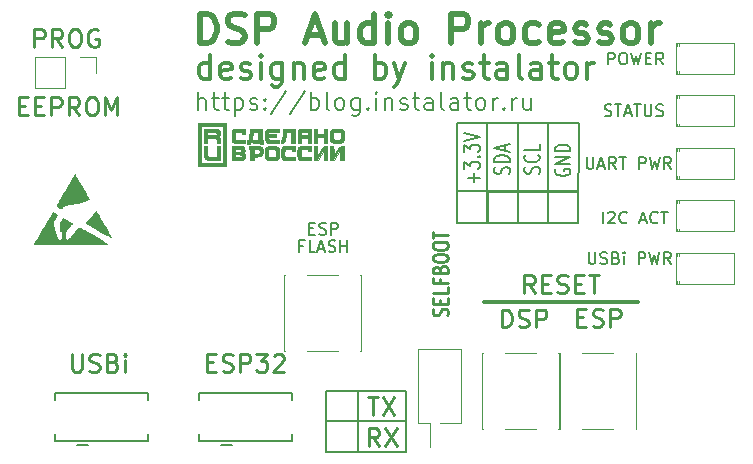
<source format=gbr>
%TF.GenerationSoftware,KiCad,Pcbnew,(5.1.9)-1*%
%TF.CreationDate,2021-07-06T15:29:22+07:00*%
%TF.ProjectId,UP_BOARD,55505f42-4f41-4524-942e-6b696361645f,rev?*%
%TF.SameCoordinates,Original*%
%TF.FileFunction,Legend,Top*%
%TF.FilePolarity,Positive*%
%FSLAX46Y46*%
G04 Gerber Fmt 4.6, Leading zero omitted, Abs format (unit mm)*
G04 Created by KiCad (PCBNEW (5.1.9)-1) date 2021-07-06 15:29:22*
%MOMM*%
%LPD*%
G01*
G04 APERTURE LIST*
%ADD10C,0.150000*%
%ADD11C,0.250000*%
%ADD12C,0.200000*%
%ADD13C,0.300000*%
%ADD14C,0.500000*%
%ADD15C,0.120000*%
%ADD16C,0.010000*%
G04 APERTURE END LIST*
D10*
X91881000Y-113224000D02*
X91881000Y-118427500D01*
X89221000Y-115824000D02*
X95885000Y-115824000D01*
X89217500Y-118427500D02*
X89217500Y-113220500D01*
X95948500Y-118427500D02*
X89217500Y-118427500D01*
X95948500Y-113224000D02*
X95948500Y-118427500D01*
X89221000Y-113224000D02*
X95948500Y-113224000D01*
X107950000Y-99060000D02*
X107950000Y-90551000D01*
X105410000Y-99060000D02*
X105410000Y-90551000D01*
X102806500Y-99060000D02*
X102806500Y-90551000D01*
X110553500Y-96329500D02*
X100266500Y-96329500D01*
X100266500Y-90551000D02*
X100270000Y-99056500D01*
X110617000Y-90551000D02*
X100266500Y-90551000D01*
X110553500Y-99060000D02*
X110617000Y-90551000D01*
X100270000Y-99056500D02*
X110553500Y-99060000D01*
D11*
X63230642Y-89110357D02*
X63730642Y-89110357D01*
X63944928Y-89896071D02*
X63230642Y-89896071D01*
X63230642Y-88396071D01*
X63944928Y-88396071D01*
X64587785Y-89110357D02*
X65087785Y-89110357D01*
X65302071Y-89896071D02*
X64587785Y-89896071D01*
X64587785Y-88396071D01*
X65302071Y-88396071D01*
X65944928Y-89896071D02*
X65944928Y-88396071D01*
X66516357Y-88396071D01*
X66659214Y-88467500D01*
X66730642Y-88538928D01*
X66802071Y-88681785D01*
X66802071Y-88896071D01*
X66730642Y-89038928D01*
X66659214Y-89110357D01*
X66516357Y-89181785D01*
X65944928Y-89181785D01*
X68302071Y-89896071D02*
X67802071Y-89181785D01*
X67444928Y-89896071D02*
X67444928Y-88396071D01*
X68016357Y-88396071D01*
X68159214Y-88467500D01*
X68230642Y-88538928D01*
X68302071Y-88681785D01*
X68302071Y-88896071D01*
X68230642Y-89038928D01*
X68159214Y-89110357D01*
X68016357Y-89181785D01*
X67444928Y-89181785D01*
X69230642Y-88396071D02*
X69516357Y-88396071D01*
X69659214Y-88467500D01*
X69802071Y-88610357D01*
X69873500Y-88896071D01*
X69873500Y-89396071D01*
X69802071Y-89681785D01*
X69659214Y-89824642D01*
X69516357Y-89896071D01*
X69230642Y-89896071D01*
X69087785Y-89824642D01*
X68944928Y-89681785D01*
X68873500Y-89396071D01*
X68873500Y-88896071D01*
X68944928Y-88610357D01*
X69087785Y-88467500D01*
X69230642Y-88396071D01*
X70516357Y-89896071D02*
X70516357Y-88396071D01*
X71016357Y-89467500D01*
X71516357Y-88396071D01*
X71516357Y-89896071D01*
X79145214Y-110827357D02*
X79645214Y-110827357D01*
X79859500Y-111613071D02*
X79145214Y-111613071D01*
X79145214Y-110113071D01*
X79859500Y-110113071D01*
X80430928Y-111541642D02*
X80645214Y-111613071D01*
X81002357Y-111613071D01*
X81145214Y-111541642D01*
X81216642Y-111470214D01*
X81288071Y-111327357D01*
X81288071Y-111184500D01*
X81216642Y-111041642D01*
X81145214Y-110970214D01*
X81002357Y-110898785D01*
X80716642Y-110827357D01*
X80573785Y-110755928D01*
X80502357Y-110684500D01*
X80430928Y-110541642D01*
X80430928Y-110398785D01*
X80502357Y-110255928D01*
X80573785Y-110184500D01*
X80716642Y-110113071D01*
X81073785Y-110113071D01*
X81288071Y-110184500D01*
X81930928Y-111613071D02*
X81930928Y-110113071D01*
X82502357Y-110113071D01*
X82645214Y-110184500D01*
X82716642Y-110255928D01*
X82788071Y-110398785D01*
X82788071Y-110613071D01*
X82716642Y-110755928D01*
X82645214Y-110827357D01*
X82502357Y-110898785D01*
X81930928Y-110898785D01*
X83288071Y-110113071D02*
X84216642Y-110113071D01*
X83716642Y-110684500D01*
X83930928Y-110684500D01*
X84073785Y-110755928D01*
X84145214Y-110827357D01*
X84216642Y-110970214D01*
X84216642Y-111327357D01*
X84145214Y-111470214D01*
X84073785Y-111541642D01*
X83930928Y-111613071D01*
X83502357Y-111613071D01*
X83359500Y-111541642D01*
X83288071Y-111470214D01*
X84788071Y-110255928D02*
X84859500Y-110184500D01*
X85002357Y-110113071D01*
X85359500Y-110113071D01*
X85502357Y-110184500D01*
X85573785Y-110255928D01*
X85645214Y-110398785D01*
X85645214Y-110541642D01*
X85573785Y-110755928D01*
X84716642Y-111613071D01*
X85645214Y-111613071D01*
X104060857Y-107866571D02*
X104060857Y-106366571D01*
X104418000Y-106366571D01*
X104632285Y-106438000D01*
X104775142Y-106580857D01*
X104846571Y-106723714D01*
X104918000Y-107009428D01*
X104918000Y-107223714D01*
X104846571Y-107509428D01*
X104775142Y-107652285D01*
X104632285Y-107795142D01*
X104418000Y-107866571D01*
X104060857Y-107866571D01*
X105489428Y-107795142D02*
X105703714Y-107866571D01*
X106060857Y-107866571D01*
X106203714Y-107795142D01*
X106275142Y-107723714D01*
X106346571Y-107580857D01*
X106346571Y-107438000D01*
X106275142Y-107295142D01*
X106203714Y-107223714D01*
X106060857Y-107152285D01*
X105775142Y-107080857D01*
X105632285Y-107009428D01*
X105560857Y-106938000D01*
X105489428Y-106795142D01*
X105489428Y-106652285D01*
X105560857Y-106509428D01*
X105632285Y-106438000D01*
X105775142Y-106366571D01*
X106132285Y-106366571D01*
X106346571Y-106438000D01*
X106989428Y-107866571D02*
X106989428Y-106366571D01*
X107560857Y-106366571D01*
X107703714Y-106438000D01*
X107775142Y-106509428D01*
X107846571Y-106652285D01*
X107846571Y-106866571D01*
X107775142Y-107009428D01*
X107703714Y-107080857D01*
X107560857Y-107152285D01*
X106989428Y-107152285D01*
D12*
X78384571Y-89451571D02*
X78384571Y-87951571D01*
X79027428Y-89451571D02*
X79027428Y-88665857D01*
X78956000Y-88523000D01*
X78813142Y-88451571D01*
X78598857Y-88451571D01*
X78456000Y-88523000D01*
X78384571Y-88594428D01*
X79527428Y-88451571D02*
X80098857Y-88451571D01*
X79741714Y-87951571D02*
X79741714Y-89237285D01*
X79813142Y-89380142D01*
X79956000Y-89451571D01*
X80098857Y-89451571D01*
X80384571Y-88451571D02*
X80956000Y-88451571D01*
X80598857Y-87951571D02*
X80598857Y-89237285D01*
X80670285Y-89380142D01*
X80813142Y-89451571D01*
X80956000Y-89451571D01*
X81456000Y-88451571D02*
X81456000Y-89951571D01*
X81456000Y-88523000D02*
X81598857Y-88451571D01*
X81884571Y-88451571D01*
X82027428Y-88523000D01*
X82098857Y-88594428D01*
X82170285Y-88737285D01*
X82170285Y-89165857D01*
X82098857Y-89308714D01*
X82027428Y-89380142D01*
X81884571Y-89451571D01*
X81598857Y-89451571D01*
X81456000Y-89380142D01*
X82741714Y-89380142D02*
X82884571Y-89451571D01*
X83170285Y-89451571D01*
X83313142Y-89380142D01*
X83384571Y-89237285D01*
X83384571Y-89165857D01*
X83313142Y-89023000D01*
X83170285Y-88951571D01*
X82956000Y-88951571D01*
X82813142Y-88880142D01*
X82741714Y-88737285D01*
X82741714Y-88665857D01*
X82813142Y-88523000D01*
X82956000Y-88451571D01*
X83170285Y-88451571D01*
X83313142Y-88523000D01*
X84027428Y-89308714D02*
X84098857Y-89380142D01*
X84027428Y-89451571D01*
X83956000Y-89380142D01*
X84027428Y-89308714D01*
X84027428Y-89451571D01*
X84027428Y-88523000D02*
X84098857Y-88594428D01*
X84027428Y-88665857D01*
X83956000Y-88594428D01*
X84027428Y-88523000D01*
X84027428Y-88665857D01*
X85813142Y-87880142D02*
X84527428Y-89808714D01*
X87384571Y-87880142D02*
X86098857Y-89808714D01*
X87884571Y-89451571D02*
X87884571Y-87951571D01*
X87884571Y-88523000D02*
X88027428Y-88451571D01*
X88313142Y-88451571D01*
X88456000Y-88523000D01*
X88527428Y-88594428D01*
X88598857Y-88737285D01*
X88598857Y-89165857D01*
X88527428Y-89308714D01*
X88456000Y-89380142D01*
X88313142Y-89451571D01*
X88027428Y-89451571D01*
X87884571Y-89380142D01*
X89456000Y-89451571D02*
X89313142Y-89380142D01*
X89241714Y-89237285D01*
X89241714Y-87951571D01*
X90241714Y-89451571D02*
X90098857Y-89380142D01*
X90027428Y-89308714D01*
X89956000Y-89165857D01*
X89956000Y-88737285D01*
X90027428Y-88594428D01*
X90098857Y-88523000D01*
X90241714Y-88451571D01*
X90456000Y-88451571D01*
X90598857Y-88523000D01*
X90670285Y-88594428D01*
X90741714Y-88737285D01*
X90741714Y-89165857D01*
X90670285Y-89308714D01*
X90598857Y-89380142D01*
X90456000Y-89451571D01*
X90241714Y-89451571D01*
X92027428Y-88451571D02*
X92027428Y-89665857D01*
X91956000Y-89808714D01*
X91884571Y-89880142D01*
X91741714Y-89951571D01*
X91527428Y-89951571D01*
X91384571Y-89880142D01*
X92027428Y-89380142D02*
X91884571Y-89451571D01*
X91598857Y-89451571D01*
X91456000Y-89380142D01*
X91384571Y-89308714D01*
X91313142Y-89165857D01*
X91313142Y-88737285D01*
X91384571Y-88594428D01*
X91456000Y-88523000D01*
X91598857Y-88451571D01*
X91884571Y-88451571D01*
X92027428Y-88523000D01*
X92741714Y-89308714D02*
X92813142Y-89380142D01*
X92741714Y-89451571D01*
X92670285Y-89380142D01*
X92741714Y-89308714D01*
X92741714Y-89451571D01*
X93456000Y-89451571D02*
X93456000Y-88451571D01*
X93456000Y-87951571D02*
X93384571Y-88023000D01*
X93456000Y-88094428D01*
X93527428Y-88023000D01*
X93456000Y-87951571D01*
X93456000Y-88094428D01*
X94170285Y-88451571D02*
X94170285Y-89451571D01*
X94170285Y-88594428D02*
X94241714Y-88523000D01*
X94384571Y-88451571D01*
X94598857Y-88451571D01*
X94741714Y-88523000D01*
X94813142Y-88665857D01*
X94813142Y-89451571D01*
X95456000Y-89380142D02*
X95598857Y-89451571D01*
X95884571Y-89451571D01*
X96027428Y-89380142D01*
X96098857Y-89237285D01*
X96098857Y-89165857D01*
X96027428Y-89023000D01*
X95884571Y-88951571D01*
X95670285Y-88951571D01*
X95527428Y-88880142D01*
X95456000Y-88737285D01*
X95456000Y-88665857D01*
X95527428Y-88523000D01*
X95670285Y-88451571D01*
X95884571Y-88451571D01*
X96027428Y-88523000D01*
X96527428Y-88451571D02*
X97098857Y-88451571D01*
X96741714Y-87951571D02*
X96741714Y-89237285D01*
X96813142Y-89380142D01*
X96956000Y-89451571D01*
X97098857Y-89451571D01*
X98241714Y-89451571D02*
X98241714Y-88665857D01*
X98170285Y-88523000D01*
X98027428Y-88451571D01*
X97741714Y-88451571D01*
X97598857Y-88523000D01*
X98241714Y-89380142D02*
X98098857Y-89451571D01*
X97741714Y-89451571D01*
X97598857Y-89380142D01*
X97527428Y-89237285D01*
X97527428Y-89094428D01*
X97598857Y-88951571D01*
X97741714Y-88880142D01*
X98098857Y-88880142D01*
X98241714Y-88808714D01*
X99170285Y-89451571D02*
X99027428Y-89380142D01*
X98956000Y-89237285D01*
X98956000Y-87951571D01*
X100384571Y-89451571D02*
X100384571Y-88665857D01*
X100313142Y-88523000D01*
X100170285Y-88451571D01*
X99884571Y-88451571D01*
X99741714Y-88523000D01*
X100384571Y-89380142D02*
X100241714Y-89451571D01*
X99884571Y-89451571D01*
X99741714Y-89380142D01*
X99670285Y-89237285D01*
X99670285Y-89094428D01*
X99741714Y-88951571D01*
X99884571Y-88880142D01*
X100241714Y-88880142D01*
X100384571Y-88808714D01*
X100884571Y-88451571D02*
X101456000Y-88451571D01*
X101098857Y-87951571D02*
X101098857Y-89237285D01*
X101170285Y-89380142D01*
X101313142Y-89451571D01*
X101456000Y-89451571D01*
X102170285Y-89451571D02*
X102027428Y-89380142D01*
X101956000Y-89308714D01*
X101884571Y-89165857D01*
X101884571Y-88737285D01*
X101956000Y-88594428D01*
X102027428Y-88523000D01*
X102170285Y-88451571D01*
X102384571Y-88451571D01*
X102527428Y-88523000D01*
X102598857Y-88594428D01*
X102670285Y-88737285D01*
X102670285Y-89165857D01*
X102598857Y-89308714D01*
X102527428Y-89380142D01*
X102384571Y-89451571D01*
X102170285Y-89451571D01*
X103313142Y-89451571D02*
X103313142Y-88451571D01*
X103313142Y-88737285D02*
X103384571Y-88594428D01*
X103456000Y-88523000D01*
X103598857Y-88451571D01*
X103741714Y-88451571D01*
X104241714Y-89308714D02*
X104313142Y-89380142D01*
X104241714Y-89451571D01*
X104170285Y-89380142D01*
X104241714Y-89308714D01*
X104241714Y-89451571D01*
X104956000Y-89451571D02*
X104956000Y-88451571D01*
X104956000Y-88737285D02*
X105027428Y-88594428D01*
X105098857Y-88523000D01*
X105241714Y-88451571D01*
X105384571Y-88451571D01*
X106527428Y-88451571D02*
X106527428Y-89451571D01*
X105884571Y-88451571D02*
X105884571Y-89237285D01*
X105956000Y-89380142D01*
X106098857Y-89451571D01*
X106313142Y-89451571D01*
X106456000Y-89380142D01*
X106527428Y-89308714D01*
D13*
X79392833Y-86820261D02*
X79392833Y-84820261D01*
X79392833Y-86725023D02*
X79202357Y-86820261D01*
X78821404Y-86820261D01*
X78630928Y-86725023D01*
X78535690Y-86629785D01*
X78440452Y-86439309D01*
X78440452Y-85867880D01*
X78535690Y-85677404D01*
X78630928Y-85582166D01*
X78821404Y-85486928D01*
X79202357Y-85486928D01*
X79392833Y-85582166D01*
X81107119Y-86725023D02*
X80916642Y-86820261D01*
X80535690Y-86820261D01*
X80345214Y-86725023D01*
X80249976Y-86534547D01*
X80249976Y-85772642D01*
X80345214Y-85582166D01*
X80535690Y-85486928D01*
X80916642Y-85486928D01*
X81107119Y-85582166D01*
X81202357Y-85772642D01*
X81202357Y-85963119D01*
X80249976Y-86153595D01*
X81964261Y-86725023D02*
X82154738Y-86820261D01*
X82535690Y-86820261D01*
X82726166Y-86725023D01*
X82821404Y-86534547D01*
X82821404Y-86439309D01*
X82726166Y-86248833D01*
X82535690Y-86153595D01*
X82249976Y-86153595D01*
X82059500Y-86058357D01*
X81964261Y-85867880D01*
X81964261Y-85772642D01*
X82059500Y-85582166D01*
X82249976Y-85486928D01*
X82535690Y-85486928D01*
X82726166Y-85582166D01*
X83678547Y-86820261D02*
X83678547Y-85486928D01*
X83678547Y-84820261D02*
X83583309Y-84915500D01*
X83678547Y-85010738D01*
X83773785Y-84915500D01*
X83678547Y-84820261D01*
X83678547Y-85010738D01*
X85488071Y-85486928D02*
X85488071Y-87105976D01*
X85392833Y-87296452D01*
X85297595Y-87391690D01*
X85107119Y-87486928D01*
X84821404Y-87486928D01*
X84630928Y-87391690D01*
X85488071Y-86725023D02*
X85297595Y-86820261D01*
X84916642Y-86820261D01*
X84726166Y-86725023D01*
X84630928Y-86629785D01*
X84535690Y-86439309D01*
X84535690Y-85867880D01*
X84630928Y-85677404D01*
X84726166Y-85582166D01*
X84916642Y-85486928D01*
X85297595Y-85486928D01*
X85488071Y-85582166D01*
X86440452Y-85486928D02*
X86440452Y-86820261D01*
X86440452Y-85677404D02*
X86535690Y-85582166D01*
X86726166Y-85486928D01*
X87011880Y-85486928D01*
X87202357Y-85582166D01*
X87297595Y-85772642D01*
X87297595Y-86820261D01*
X89011880Y-86725023D02*
X88821404Y-86820261D01*
X88440452Y-86820261D01*
X88249976Y-86725023D01*
X88154738Y-86534547D01*
X88154738Y-85772642D01*
X88249976Y-85582166D01*
X88440452Y-85486928D01*
X88821404Y-85486928D01*
X89011880Y-85582166D01*
X89107119Y-85772642D01*
X89107119Y-85963119D01*
X88154738Y-86153595D01*
X90821404Y-86820261D02*
X90821404Y-84820261D01*
X90821404Y-86725023D02*
X90630928Y-86820261D01*
X90249976Y-86820261D01*
X90059500Y-86725023D01*
X89964261Y-86629785D01*
X89869023Y-86439309D01*
X89869023Y-85867880D01*
X89964261Y-85677404D01*
X90059500Y-85582166D01*
X90249976Y-85486928D01*
X90630928Y-85486928D01*
X90821404Y-85582166D01*
X93297595Y-86820261D02*
X93297595Y-84820261D01*
X93297595Y-85582166D02*
X93488071Y-85486928D01*
X93869023Y-85486928D01*
X94059500Y-85582166D01*
X94154738Y-85677404D01*
X94249976Y-85867880D01*
X94249976Y-86439309D01*
X94154738Y-86629785D01*
X94059500Y-86725023D01*
X93869023Y-86820261D01*
X93488071Y-86820261D01*
X93297595Y-86725023D01*
X94916642Y-85486928D02*
X95392833Y-86820261D01*
X95869023Y-85486928D02*
X95392833Y-86820261D01*
X95202357Y-87296452D01*
X95107119Y-87391690D01*
X94916642Y-87486928D01*
X98154738Y-86820261D02*
X98154738Y-85486928D01*
X98154738Y-84820261D02*
X98059500Y-84915500D01*
X98154738Y-85010738D01*
X98249976Y-84915500D01*
X98154738Y-84820261D01*
X98154738Y-85010738D01*
X99107119Y-85486928D02*
X99107119Y-86820261D01*
X99107119Y-85677404D02*
X99202357Y-85582166D01*
X99392833Y-85486928D01*
X99678547Y-85486928D01*
X99869023Y-85582166D01*
X99964261Y-85772642D01*
X99964261Y-86820261D01*
X100821404Y-86725023D02*
X101011880Y-86820261D01*
X101392833Y-86820261D01*
X101583309Y-86725023D01*
X101678547Y-86534547D01*
X101678547Y-86439309D01*
X101583309Y-86248833D01*
X101392833Y-86153595D01*
X101107119Y-86153595D01*
X100916642Y-86058357D01*
X100821404Y-85867880D01*
X100821404Y-85772642D01*
X100916642Y-85582166D01*
X101107119Y-85486928D01*
X101392833Y-85486928D01*
X101583309Y-85582166D01*
X102249976Y-85486928D02*
X103011880Y-85486928D01*
X102535690Y-84820261D02*
X102535690Y-86534547D01*
X102630928Y-86725023D01*
X102821404Y-86820261D01*
X103011880Y-86820261D01*
X104535690Y-86820261D02*
X104535690Y-85772642D01*
X104440452Y-85582166D01*
X104249976Y-85486928D01*
X103869023Y-85486928D01*
X103678547Y-85582166D01*
X104535690Y-86725023D02*
X104345214Y-86820261D01*
X103869023Y-86820261D01*
X103678547Y-86725023D01*
X103583309Y-86534547D01*
X103583309Y-86344071D01*
X103678547Y-86153595D01*
X103869023Y-86058357D01*
X104345214Y-86058357D01*
X104535690Y-85963119D01*
X105773785Y-86820261D02*
X105583309Y-86725023D01*
X105488071Y-86534547D01*
X105488071Y-84820261D01*
X107392833Y-86820261D02*
X107392833Y-85772642D01*
X107297595Y-85582166D01*
X107107119Y-85486928D01*
X106726166Y-85486928D01*
X106535690Y-85582166D01*
X107392833Y-86725023D02*
X107202357Y-86820261D01*
X106726166Y-86820261D01*
X106535690Y-86725023D01*
X106440452Y-86534547D01*
X106440452Y-86344071D01*
X106535690Y-86153595D01*
X106726166Y-86058357D01*
X107202357Y-86058357D01*
X107392833Y-85963119D01*
X108059500Y-85486928D02*
X108821404Y-85486928D01*
X108345214Y-84820261D02*
X108345214Y-86534547D01*
X108440452Y-86725023D01*
X108630928Y-86820261D01*
X108821404Y-86820261D01*
X109773785Y-86820261D02*
X109583309Y-86725023D01*
X109488071Y-86629785D01*
X109392833Y-86439309D01*
X109392833Y-85867880D01*
X109488071Y-85677404D01*
X109583309Y-85582166D01*
X109773785Y-85486928D01*
X110059500Y-85486928D01*
X110249976Y-85582166D01*
X110345214Y-85677404D01*
X110440452Y-85867880D01*
X110440452Y-86439309D01*
X110345214Y-86629785D01*
X110249976Y-86725023D01*
X110059500Y-86820261D01*
X109773785Y-86820261D01*
X111297595Y-86820261D02*
X111297595Y-85486928D01*
X111297595Y-85867880D02*
X111392833Y-85677404D01*
X111488071Y-85582166D01*
X111678547Y-85486928D01*
X111869023Y-85486928D01*
D14*
X78504285Y-83807952D02*
X78504285Y-81307952D01*
X79099523Y-81307952D01*
X79456666Y-81427000D01*
X79694761Y-81665095D01*
X79813809Y-81903190D01*
X79932857Y-82379380D01*
X79932857Y-82736523D01*
X79813809Y-83212714D01*
X79694761Y-83450809D01*
X79456666Y-83688904D01*
X79099523Y-83807952D01*
X78504285Y-83807952D01*
X80885238Y-83688904D02*
X81242380Y-83807952D01*
X81837619Y-83807952D01*
X82075714Y-83688904D01*
X82194761Y-83569857D01*
X82313809Y-83331761D01*
X82313809Y-83093666D01*
X82194761Y-82855571D01*
X82075714Y-82736523D01*
X81837619Y-82617476D01*
X81361428Y-82498428D01*
X81123333Y-82379380D01*
X81004285Y-82260333D01*
X80885238Y-82022238D01*
X80885238Y-81784142D01*
X81004285Y-81546047D01*
X81123333Y-81427000D01*
X81361428Y-81307952D01*
X81956666Y-81307952D01*
X82313809Y-81427000D01*
X83385238Y-83807952D02*
X83385238Y-81307952D01*
X84337619Y-81307952D01*
X84575714Y-81427000D01*
X84694761Y-81546047D01*
X84813809Y-81784142D01*
X84813809Y-82141285D01*
X84694761Y-82379380D01*
X84575714Y-82498428D01*
X84337619Y-82617476D01*
X83385238Y-82617476D01*
X87670952Y-83093666D02*
X88861428Y-83093666D01*
X87432857Y-83807952D02*
X88266190Y-81307952D01*
X89099523Y-83807952D01*
X91004285Y-82141285D02*
X91004285Y-83807952D01*
X89932857Y-82141285D02*
X89932857Y-83450809D01*
X90051904Y-83688904D01*
X90290000Y-83807952D01*
X90647142Y-83807952D01*
X90885238Y-83688904D01*
X91004285Y-83569857D01*
X93266190Y-83807952D02*
X93266190Y-81307952D01*
X93266190Y-83688904D02*
X93028095Y-83807952D01*
X92551904Y-83807952D01*
X92313809Y-83688904D01*
X92194761Y-83569857D01*
X92075714Y-83331761D01*
X92075714Y-82617476D01*
X92194761Y-82379380D01*
X92313809Y-82260333D01*
X92551904Y-82141285D01*
X93028095Y-82141285D01*
X93266190Y-82260333D01*
X94456666Y-83807952D02*
X94456666Y-82141285D01*
X94456666Y-81307952D02*
X94337619Y-81427000D01*
X94456666Y-81546047D01*
X94575714Y-81427000D01*
X94456666Y-81307952D01*
X94456666Y-81546047D01*
X96004285Y-83807952D02*
X95766190Y-83688904D01*
X95647142Y-83569857D01*
X95528095Y-83331761D01*
X95528095Y-82617476D01*
X95647142Y-82379380D01*
X95766190Y-82260333D01*
X96004285Y-82141285D01*
X96361428Y-82141285D01*
X96599523Y-82260333D01*
X96718571Y-82379380D01*
X96837619Y-82617476D01*
X96837619Y-83331761D01*
X96718571Y-83569857D01*
X96599523Y-83688904D01*
X96361428Y-83807952D01*
X96004285Y-83807952D01*
X99813809Y-83807952D02*
X99813809Y-81307952D01*
X100766190Y-81307952D01*
X101004285Y-81427000D01*
X101123333Y-81546047D01*
X101242380Y-81784142D01*
X101242380Y-82141285D01*
X101123333Y-82379380D01*
X101004285Y-82498428D01*
X100766190Y-82617476D01*
X99813809Y-82617476D01*
X102313809Y-83807952D02*
X102313809Y-82141285D01*
X102313809Y-82617476D02*
X102432857Y-82379380D01*
X102551904Y-82260333D01*
X102789999Y-82141285D01*
X103028095Y-82141285D01*
X104218571Y-83807952D02*
X103980476Y-83688904D01*
X103861428Y-83569857D01*
X103742380Y-83331761D01*
X103742380Y-82617476D01*
X103861428Y-82379380D01*
X103980476Y-82260333D01*
X104218571Y-82141285D01*
X104575714Y-82141285D01*
X104813809Y-82260333D01*
X104932857Y-82379380D01*
X105051904Y-82617476D01*
X105051904Y-83331761D01*
X104932857Y-83569857D01*
X104813809Y-83688904D01*
X104575714Y-83807952D01*
X104218571Y-83807952D01*
X107194761Y-83688904D02*
X106956666Y-83807952D01*
X106480476Y-83807952D01*
X106242380Y-83688904D01*
X106123333Y-83569857D01*
X106004285Y-83331761D01*
X106004285Y-82617476D01*
X106123333Y-82379380D01*
X106242380Y-82260333D01*
X106480476Y-82141285D01*
X106956666Y-82141285D01*
X107194761Y-82260333D01*
X109218571Y-83688904D02*
X108980476Y-83807952D01*
X108504285Y-83807952D01*
X108266190Y-83688904D01*
X108147142Y-83450809D01*
X108147142Y-82498428D01*
X108266190Y-82260333D01*
X108504285Y-82141285D01*
X108980476Y-82141285D01*
X109218571Y-82260333D01*
X109337619Y-82498428D01*
X109337619Y-82736523D01*
X108147142Y-82974619D01*
X110289999Y-83688904D02*
X110528095Y-83807952D01*
X111004285Y-83807952D01*
X111242380Y-83688904D01*
X111361428Y-83450809D01*
X111361428Y-83331761D01*
X111242380Y-83093666D01*
X111004285Y-82974619D01*
X110647142Y-82974619D01*
X110409047Y-82855571D01*
X110289999Y-82617476D01*
X110289999Y-82498428D01*
X110409047Y-82260333D01*
X110647142Y-82141285D01*
X111004285Y-82141285D01*
X111242380Y-82260333D01*
X112313809Y-83688904D02*
X112551904Y-83807952D01*
X113028095Y-83807952D01*
X113266190Y-83688904D01*
X113385238Y-83450809D01*
X113385238Y-83331761D01*
X113266190Y-83093666D01*
X113028095Y-82974619D01*
X112670952Y-82974619D01*
X112432857Y-82855571D01*
X112313809Y-82617476D01*
X112313809Y-82498428D01*
X112432857Y-82260333D01*
X112670952Y-82141285D01*
X113028095Y-82141285D01*
X113266190Y-82260333D01*
X114813809Y-83807952D02*
X114575714Y-83688904D01*
X114456666Y-83569857D01*
X114337619Y-83331761D01*
X114337619Y-82617476D01*
X114456666Y-82379380D01*
X114575714Y-82260333D01*
X114813809Y-82141285D01*
X115170952Y-82141285D01*
X115409047Y-82260333D01*
X115528095Y-82379380D01*
X115647142Y-82617476D01*
X115647142Y-83331761D01*
X115528095Y-83569857D01*
X115409047Y-83688904D01*
X115170952Y-83807952D01*
X114813809Y-83807952D01*
X116718571Y-83807952D02*
X116718571Y-82141285D01*
X116718571Y-82617476D02*
X116837619Y-82379380D01*
X116956666Y-82260333D01*
X117194761Y-82141285D01*
X117432857Y-82141285D01*
D12*
X108633500Y-94487904D02*
X108571595Y-94583142D01*
X108571595Y-94726000D01*
X108633500Y-94868857D01*
X108757309Y-94964095D01*
X108881119Y-95011714D01*
X109128738Y-95059333D01*
X109314452Y-95059333D01*
X109562071Y-95011714D01*
X109685880Y-94964095D01*
X109809690Y-94868857D01*
X109871595Y-94726000D01*
X109871595Y-94630761D01*
X109809690Y-94487904D01*
X109747785Y-94440285D01*
X109314452Y-94440285D01*
X109314452Y-94630761D01*
X109871595Y-94011714D02*
X108571595Y-94011714D01*
X109871595Y-93440285D01*
X108571595Y-93440285D01*
X109871595Y-92964095D02*
X108571595Y-92964095D01*
X108571595Y-92726000D01*
X108633500Y-92583142D01*
X108757309Y-92487904D01*
X108881119Y-92440285D01*
X109128738Y-92392666D01*
X109314452Y-92392666D01*
X109562071Y-92440285D01*
X109685880Y-92487904D01*
X109809690Y-92583142D01*
X109871595Y-92726000D01*
X109871595Y-92964095D01*
X107206190Y-94852976D02*
X107268095Y-94710119D01*
X107268095Y-94472023D01*
X107206190Y-94376785D01*
X107144285Y-94329166D01*
X107020476Y-94281547D01*
X106896666Y-94281547D01*
X106772857Y-94329166D01*
X106710952Y-94376785D01*
X106649047Y-94472023D01*
X106587142Y-94662500D01*
X106525238Y-94757738D01*
X106463333Y-94805357D01*
X106339523Y-94852976D01*
X106215714Y-94852976D01*
X106091904Y-94805357D01*
X106030000Y-94757738D01*
X105968095Y-94662500D01*
X105968095Y-94424404D01*
X106030000Y-94281547D01*
X107144285Y-93281547D02*
X107206190Y-93329166D01*
X107268095Y-93472023D01*
X107268095Y-93567261D01*
X107206190Y-93710119D01*
X107082380Y-93805357D01*
X106958571Y-93852976D01*
X106710952Y-93900595D01*
X106525238Y-93900595D01*
X106277619Y-93852976D01*
X106153809Y-93805357D01*
X106030000Y-93710119D01*
X105968095Y-93567261D01*
X105968095Y-93472023D01*
X106030000Y-93329166D01*
X106091904Y-93281547D01*
X107268095Y-92376785D02*
X107268095Y-92852976D01*
X105968095Y-92852976D01*
X104666190Y-94876785D02*
X104728095Y-94733928D01*
X104728095Y-94495833D01*
X104666190Y-94400595D01*
X104604285Y-94352976D01*
X104480476Y-94305357D01*
X104356666Y-94305357D01*
X104232857Y-94352976D01*
X104170952Y-94400595D01*
X104109047Y-94495833D01*
X104047142Y-94686309D01*
X103985238Y-94781547D01*
X103923333Y-94829166D01*
X103799523Y-94876785D01*
X103675714Y-94876785D01*
X103551904Y-94829166D01*
X103490000Y-94781547D01*
X103428095Y-94686309D01*
X103428095Y-94448214D01*
X103490000Y-94305357D01*
X104728095Y-93876785D02*
X103428095Y-93876785D01*
X103428095Y-93638690D01*
X103490000Y-93495833D01*
X103613809Y-93400595D01*
X103737619Y-93352976D01*
X103985238Y-93305357D01*
X104170952Y-93305357D01*
X104418571Y-93352976D01*
X104542380Y-93400595D01*
X104666190Y-93495833D01*
X104728095Y-93638690D01*
X104728095Y-93876785D01*
X104356666Y-92924404D02*
X104356666Y-92448214D01*
X104728095Y-93019642D02*
X103428095Y-92686309D01*
X104728095Y-92352976D01*
X101692857Y-95599000D02*
X101692857Y-94837095D01*
X102188095Y-95218047D02*
X101197619Y-95218047D01*
X100888095Y-94456142D02*
X100888095Y-93837095D01*
X101383333Y-94170428D01*
X101383333Y-94027571D01*
X101445238Y-93932333D01*
X101507142Y-93884714D01*
X101630952Y-93837095D01*
X101940476Y-93837095D01*
X102064285Y-93884714D01*
X102126190Y-93932333D01*
X102188095Y-94027571D01*
X102188095Y-94313285D01*
X102126190Y-94408523D01*
X102064285Y-94456142D01*
X102064285Y-93408523D02*
X102126190Y-93360904D01*
X102188095Y-93408523D01*
X102126190Y-93456142D01*
X102064285Y-93408523D01*
X102188095Y-93408523D01*
X100888095Y-93027571D02*
X100888095Y-92408523D01*
X101383333Y-92741857D01*
X101383333Y-92599000D01*
X101445238Y-92503761D01*
X101507142Y-92456142D01*
X101630952Y-92408523D01*
X101940476Y-92408523D01*
X102064285Y-92456142D01*
X102126190Y-92503761D01*
X102188095Y-92599000D01*
X102188095Y-92884714D01*
X102126190Y-92979952D01*
X102064285Y-93027571D01*
X100888095Y-92122809D02*
X102188095Y-91789476D01*
X100888095Y-91456142D01*
D11*
X67663500Y-110113071D02*
X67663500Y-111327357D01*
X67734928Y-111470214D01*
X67806357Y-111541642D01*
X67949214Y-111613071D01*
X68234928Y-111613071D01*
X68377785Y-111541642D01*
X68449214Y-111470214D01*
X68520642Y-111327357D01*
X68520642Y-110113071D01*
X69163500Y-111541642D02*
X69377785Y-111613071D01*
X69734928Y-111613071D01*
X69877785Y-111541642D01*
X69949214Y-111470214D01*
X70020642Y-111327357D01*
X70020642Y-111184500D01*
X69949214Y-111041642D01*
X69877785Y-110970214D01*
X69734928Y-110898785D01*
X69449214Y-110827357D01*
X69306357Y-110755928D01*
X69234928Y-110684500D01*
X69163500Y-110541642D01*
X69163500Y-110398785D01*
X69234928Y-110255928D01*
X69306357Y-110184500D01*
X69449214Y-110113071D01*
X69806357Y-110113071D01*
X70020642Y-110184500D01*
X71163500Y-110827357D02*
X71377785Y-110898785D01*
X71449214Y-110970214D01*
X71520642Y-111113071D01*
X71520642Y-111327357D01*
X71449214Y-111470214D01*
X71377785Y-111541642D01*
X71234928Y-111613071D01*
X70663500Y-111613071D01*
X70663500Y-110113071D01*
X71163500Y-110113071D01*
X71306357Y-110184500D01*
X71377785Y-110255928D01*
X71449214Y-110398785D01*
X71449214Y-110541642D01*
X71377785Y-110684500D01*
X71306357Y-110755928D01*
X71163500Y-110827357D01*
X70663500Y-110827357D01*
X72163500Y-111613071D02*
X72163500Y-110613071D01*
X72163500Y-110113071D02*
X72092071Y-110184500D01*
X72163500Y-110255928D01*
X72234928Y-110184500D01*
X72163500Y-110113071D01*
X72163500Y-110255928D01*
D13*
X102552500Y-105727500D02*
X115570000Y-105727500D01*
D10*
X87773023Y-99496571D02*
X88106357Y-99496571D01*
X88249214Y-100020380D02*
X87773023Y-100020380D01*
X87773023Y-99020380D01*
X88249214Y-99020380D01*
X88630166Y-99972761D02*
X88773023Y-100020380D01*
X89011119Y-100020380D01*
X89106357Y-99972761D01*
X89153976Y-99925142D01*
X89201595Y-99829904D01*
X89201595Y-99734666D01*
X89153976Y-99639428D01*
X89106357Y-99591809D01*
X89011119Y-99544190D01*
X88820642Y-99496571D01*
X88725404Y-99448952D01*
X88677785Y-99401333D01*
X88630166Y-99306095D01*
X88630166Y-99210857D01*
X88677785Y-99115619D01*
X88725404Y-99068000D01*
X88820642Y-99020380D01*
X89058738Y-99020380D01*
X89201595Y-99068000D01*
X89630166Y-100020380D02*
X89630166Y-99020380D01*
X90011119Y-99020380D01*
X90106357Y-99068000D01*
X90153976Y-99115619D01*
X90201595Y-99210857D01*
X90201595Y-99353714D01*
X90153976Y-99448952D01*
X90106357Y-99496571D01*
X90011119Y-99544190D01*
X89630166Y-99544190D01*
D11*
X64504428Y-84117571D02*
X64504428Y-82617571D01*
X65075857Y-82617571D01*
X65218714Y-82689000D01*
X65290142Y-82760428D01*
X65361571Y-82903285D01*
X65361571Y-83117571D01*
X65290142Y-83260428D01*
X65218714Y-83331857D01*
X65075857Y-83403285D01*
X64504428Y-83403285D01*
X66861571Y-84117571D02*
X66361571Y-83403285D01*
X66004428Y-84117571D02*
X66004428Y-82617571D01*
X66575857Y-82617571D01*
X66718714Y-82689000D01*
X66790142Y-82760428D01*
X66861571Y-82903285D01*
X66861571Y-83117571D01*
X66790142Y-83260428D01*
X66718714Y-83331857D01*
X66575857Y-83403285D01*
X66004428Y-83403285D01*
X67790142Y-82617571D02*
X68075857Y-82617571D01*
X68218714Y-82689000D01*
X68361571Y-82831857D01*
X68433000Y-83117571D01*
X68433000Y-83617571D01*
X68361571Y-83903285D01*
X68218714Y-84046142D01*
X68075857Y-84117571D01*
X67790142Y-84117571D01*
X67647285Y-84046142D01*
X67504428Y-83903285D01*
X67433000Y-83617571D01*
X67433000Y-83117571D01*
X67504428Y-82831857D01*
X67647285Y-82689000D01*
X67790142Y-82617571D01*
X69861571Y-82689000D02*
X69718714Y-82617571D01*
X69504428Y-82617571D01*
X69290142Y-82689000D01*
X69147285Y-82831857D01*
X69075857Y-82974714D01*
X69004428Y-83260428D01*
X69004428Y-83474714D01*
X69075857Y-83760428D01*
X69147285Y-83903285D01*
X69290142Y-84046142D01*
X69504428Y-84117571D01*
X69647285Y-84117571D01*
X69861571Y-84046142D01*
X69933000Y-83974714D01*
X69933000Y-83474714D01*
X69647285Y-83474714D01*
X93666500Y-117899571D02*
X93166500Y-117185285D01*
X92809357Y-117899571D02*
X92809357Y-116399571D01*
X93380785Y-116399571D01*
X93523642Y-116471000D01*
X93595071Y-116542428D01*
X93666500Y-116685285D01*
X93666500Y-116899571D01*
X93595071Y-117042428D01*
X93523642Y-117113857D01*
X93380785Y-117185285D01*
X92809357Y-117185285D01*
X94166500Y-116399571D02*
X95166500Y-117899571D01*
X95166500Y-116399571D02*
X94166500Y-117899571D01*
X92773642Y-113783371D02*
X93630785Y-113783371D01*
X93202214Y-115283371D02*
X93202214Y-113783371D01*
X93987928Y-113783371D02*
X94987928Y-115283371D01*
X94987928Y-113783371D02*
X93987928Y-115283371D01*
X99459190Y-106852600D02*
X99521095Y-106709742D01*
X99521095Y-106471647D01*
X99459190Y-106376409D01*
X99397285Y-106328790D01*
X99273476Y-106281171D01*
X99149666Y-106281171D01*
X99025857Y-106328790D01*
X98963952Y-106376409D01*
X98902047Y-106471647D01*
X98840142Y-106662123D01*
X98778238Y-106757361D01*
X98716333Y-106804980D01*
X98592523Y-106852600D01*
X98468714Y-106852600D01*
X98344904Y-106804980D01*
X98283000Y-106757361D01*
X98221095Y-106662123D01*
X98221095Y-106424028D01*
X98283000Y-106281171D01*
X98840142Y-105852600D02*
X98840142Y-105519266D01*
X99521095Y-105376409D02*
X99521095Y-105852600D01*
X98221095Y-105852600D01*
X98221095Y-105376409D01*
X99521095Y-104471647D02*
X99521095Y-104947838D01*
X98221095Y-104947838D01*
X98840142Y-103804980D02*
X98840142Y-104138314D01*
X99521095Y-104138314D02*
X98221095Y-104138314D01*
X98221095Y-103662123D01*
X98840142Y-102947838D02*
X98902047Y-102804980D01*
X98963952Y-102757361D01*
X99087761Y-102709742D01*
X99273476Y-102709742D01*
X99397285Y-102757361D01*
X99459190Y-102804980D01*
X99521095Y-102900219D01*
X99521095Y-103281171D01*
X98221095Y-103281171D01*
X98221095Y-102947838D01*
X98283000Y-102852600D01*
X98344904Y-102804980D01*
X98468714Y-102757361D01*
X98592523Y-102757361D01*
X98716333Y-102804980D01*
X98778238Y-102852600D01*
X98840142Y-102947838D01*
X98840142Y-103281171D01*
X98221095Y-102090695D02*
X98221095Y-101900219D01*
X98283000Y-101804980D01*
X98406809Y-101709742D01*
X98654428Y-101662123D01*
X99087761Y-101662123D01*
X99335380Y-101709742D01*
X99459190Y-101804980D01*
X99521095Y-101900219D01*
X99521095Y-102090695D01*
X99459190Y-102185933D01*
X99335380Y-102281171D01*
X99087761Y-102328790D01*
X98654428Y-102328790D01*
X98406809Y-102281171D01*
X98283000Y-102185933D01*
X98221095Y-102090695D01*
X98221095Y-101043076D02*
X98221095Y-100852600D01*
X98283000Y-100757361D01*
X98406809Y-100662123D01*
X98654428Y-100614504D01*
X99087761Y-100614504D01*
X99335380Y-100662123D01*
X99459190Y-100757361D01*
X99521095Y-100852600D01*
X99521095Y-101043076D01*
X99459190Y-101138314D01*
X99335380Y-101233552D01*
X99087761Y-101281171D01*
X98654428Y-101281171D01*
X98406809Y-101233552D01*
X98283000Y-101138314D01*
X98221095Y-101043076D01*
X98221095Y-100328790D02*
X98221095Y-99757361D01*
X99521095Y-100043076D02*
X98221095Y-100043076D01*
X110482285Y-107017357D02*
X110982285Y-107017357D01*
X111196571Y-107803071D02*
X110482285Y-107803071D01*
X110482285Y-106303071D01*
X111196571Y-106303071D01*
X111768000Y-107731642D02*
X111982285Y-107803071D01*
X112339428Y-107803071D01*
X112482285Y-107731642D01*
X112553714Y-107660214D01*
X112625142Y-107517357D01*
X112625142Y-107374500D01*
X112553714Y-107231642D01*
X112482285Y-107160214D01*
X112339428Y-107088785D01*
X112053714Y-107017357D01*
X111910857Y-106945928D01*
X111839428Y-106874500D01*
X111768000Y-106731642D01*
X111768000Y-106588785D01*
X111839428Y-106445928D01*
X111910857Y-106374500D01*
X112053714Y-106303071D01*
X112410857Y-106303071D01*
X112625142Y-106374500D01*
X113268000Y-107803071D02*
X113268000Y-106303071D01*
X113839428Y-106303071D01*
X113982285Y-106374500D01*
X114053714Y-106445928D01*
X114125142Y-106588785D01*
X114125142Y-106803071D01*
X114053714Y-106945928D01*
X113982285Y-107017357D01*
X113839428Y-107088785D01*
X113268000Y-107088785D01*
D10*
X87273023Y-100957071D02*
X86939690Y-100957071D01*
X86939690Y-101480880D02*
X86939690Y-100480880D01*
X87415880Y-100480880D01*
X88273023Y-101480880D02*
X87796833Y-101480880D01*
X87796833Y-100480880D01*
X88558738Y-101195166D02*
X89034928Y-101195166D01*
X88463500Y-101480880D02*
X88796833Y-100480880D01*
X89130166Y-101480880D01*
X89415880Y-101433261D02*
X89558738Y-101480880D01*
X89796833Y-101480880D01*
X89892071Y-101433261D01*
X89939690Y-101385642D01*
X89987309Y-101290404D01*
X89987309Y-101195166D01*
X89939690Y-101099928D01*
X89892071Y-101052309D01*
X89796833Y-101004690D01*
X89606357Y-100957071D01*
X89511119Y-100909452D01*
X89463500Y-100861833D01*
X89415880Y-100766595D01*
X89415880Y-100671357D01*
X89463500Y-100576119D01*
X89511119Y-100528500D01*
X89606357Y-100480880D01*
X89844452Y-100480880D01*
X89987309Y-100528500D01*
X90415880Y-101480880D02*
X90415880Y-100480880D01*
X90415880Y-100957071D02*
X90987309Y-100957071D01*
X90987309Y-101480880D02*
X90987309Y-100480880D01*
D11*
X106850928Y-104945571D02*
X106350928Y-104231285D01*
X105993785Y-104945571D02*
X105993785Y-103445571D01*
X106565214Y-103445571D01*
X106708071Y-103517000D01*
X106779500Y-103588428D01*
X106850928Y-103731285D01*
X106850928Y-103945571D01*
X106779500Y-104088428D01*
X106708071Y-104159857D01*
X106565214Y-104231285D01*
X105993785Y-104231285D01*
X107493785Y-104159857D02*
X107993785Y-104159857D01*
X108208071Y-104945571D02*
X107493785Y-104945571D01*
X107493785Y-103445571D01*
X108208071Y-103445571D01*
X108779500Y-104874142D02*
X108993785Y-104945571D01*
X109350928Y-104945571D01*
X109493785Y-104874142D01*
X109565214Y-104802714D01*
X109636642Y-104659857D01*
X109636642Y-104517000D01*
X109565214Y-104374142D01*
X109493785Y-104302714D01*
X109350928Y-104231285D01*
X109065214Y-104159857D01*
X108922357Y-104088428D01*
X108850928Y-104017000D01*
X108779500Y-103874142D01*
X108779500Y-103731285D01*
X108850928Y-103588428D01*
X108922357Y-103517000D01*
X109065214Y-103445571D01*
X109422357Y-103445571D01*
X109636642Y-103517000D01*
X110279500Y-104159857D02*
X110779500Y-104159857D01*
X110993785Y-104945571D02*
X110279500Y-104945571D01*
X110279500Y-103445571D01*
X110993785Y-103445571D01*
X111422357Y-103445571D02*
X112279500Y-103445571D01*
X111850928Y-104945571D02*
X111850928Y-103445571D01*
D10*
X112649333Y-99067880D02*
X112649333Y-98067880D01*
X113077904Y-98163119D02*
X113125523Y-98115500D01*
X113220761Y-98067880D01*
X113458857Y-98067880D01*
X113554095Y-98115500D01*
X113601714Y-98163119D01*
X113649333Y-98258357D01*
X113649333Y-98353595D01*
X113601714Y-98496452D01*
X113030285Y-99067880D01*
X113649333Y-99067880D01*
X114649333Y-98972642D02*
X114601714Y-99020261D01*
X114458857Y-99067880D01*
X114363619Y-99067880D01*
X114220761Y-99020261D01*
X114125523Y-98925023D01*
X114077904Y-98829785D01*
X114030285Y-98639309D01*
X114030285Y-98496452D01*
X114077904Y-98305976D01*
X114125523Y-98210738D01*
X114220761Y-98115500D01*
X114363619Y-98067880D01*
X114458857Y-98067880D01*
X114601714Y-98115500D01*
X114649333Y-98163119D01*
X115792190Y-98782166D02*
X116268380Y-98782166D01*
X115696952Y-99067880D02*
X116030285Y-98067880D01*
X116363619Y-99067880D01*
X117268380Y-98972642D02*
X117220761Y-99020261D01*
X117077904Y-99067880D01*
X116982666Y-99067880D01*
X116839809Y-99020261D01*
X116744571Y-98925023D01*
X116696952Y-98829785D01*
X116649333Y-98639309D01*
X116649333Y-98496452D01*
X116696952Y-98305976D01*
X116744571Y-98210738D01*
X116839809Y-98115500D01*
X116982666Y-98067880D01*
X117077904Y-98067880D01*
X117220761Y-98115500D01*
X117268380Y-98163119D01*
X117554095Y-98067880D02*
X118125523Y-98067880D01*
X117839809Y-99067880D02*
X117839809Y-98067880D01*
X112776309Y-89939761D02*
X112919166Y-89987380D01*
X113157261Y-89987380D01*
X113252500Y-89939761D01*
X113300119Y-89892142D01*
X113347738Y-89796904D01*
X113347738Y-89701666D01*
X113300119Y-89606428D01*
X113252500Y-89558809D01*
X113157261Y-89511190D01*
X112966785Y-89463571D01*
X112871547Y-89415952D01*
X112823928Y-89368333D01*
X112776309Y-89273095D01*
X112776309Y-89177857D01*
X112823928Y-89082619D01*
X112871547Y-89035000D01*
X112966785Y-88987380D01*
X113204880Y-88987380D01*
X113347738Y-89035000D01*
X113633452Y-88987380D02*
X114204880Y-88987380D01*
X113919166Y-89987380D02*
X113919166Y-88987380D01*
X114490595Y-89701666D02*
X114966785Y-89701666D01*
X114395357Y-89987380D02*
X114728690Y-88987380D01*
X115062023Y-89987380D01*
X115252500Y-88987380D02*
X115823928Y-88987380D01*
X115538214Y-89987380D02*
X115538214Y-88987380D01*
X116157261Y-88987380D02*
X116157261Y-89796904D01*
X116204880Y-89892142D01*
X116252500Y-89939761D01*
X116347738Y-89987380D01*
X116538214Y-89987380D01*
X116633452Y-89939761D01*
X116681071Y-89892142D01*
X116728690Y-89796904D01*
X116728690Y-88987380D01*
X117157261Y-89939761D02*
X117300119Y-89987380D01*
X117538214Y-89987380D01*
X117633452Y-89939761D01*
X117681071Y-89892142D01*
X117728690Y-89796904D01*
X117728690Y-89701666D01*
X117681071Y-89606428D01*
X117633452Y-89558809D01*
X117538214Y-89511190D01*
X117347738Y-89463571D01*
X117252500Y-89415952D01*
X117204880Y-89368333D01*
X117157261Y-89273095D01*
X117157261Y-89177857D01*
X117204880Y-89082619D01*
X117252500Y-89035000D01*
X117347738Y-88987380D01*
X117585833Y-88987380D01*
X117728690Y-89035000D01*
X113069976Y-85605880D02*
X113069976Y-84605880D01*
X113450928Y-84605880D01*
X113546166Y-84653500D01*
X113593785Y-84701119D01*
X113641404Y-84796357D01*
X113641404Y-84939214D01*
X113593785Y-85034452D01*
X113546166Y-85082071D01*
X113450928Y-85129690D01*
X113069976Y-85129690D01*
X114260452Y-84605880D02*
X114450928Y-84605880D01*
X114546166Y-84653500D01*
X114641404Y-84748738D01*
X114689023Y-84939214D01*
X114689023Y-85272547D01*
X114641404Y-85463023D01*
X114546166Y-85558261D01*
X114450928Y-85605880D01*
X114260452Y-85605880D01*
X114165214Y-85558261D01*
X114069976Y-85463023D01*
X114022357Y-85272547D01*
X114022357Y-84939214D01*
X114069976Y-84748738D01*
X114165214Y-84653500D01*
X114260452Y-84605880D01*
X115022357Y-84605880D02*
X115260452Y-85605880D01*
X115450928Y-84891595D01*
X115641404Y-85605880D01*
X115879500Y-84605880D01*
X116260452Y-85082071D02*
X116593785Y-85082071D01*
X116736642Y-85605880D02*
X116260452Y-85605880D01*
X116260452Y-84605880D01*
X116736642Y-84605880D01*
X117736642Y-85605880D02*
X117403309Y-85129690D01*
X117165214Y-85605880D02*
X117165214Y-84605880D01*
X117546166Y-84605880D01*
X117641404Y-84653500D01*
X117689023Y-84701119D01*
X117736642Y-84796357D01*
X117736642Y-84939214D01*
X117689023Y-85034452D01*
X117641404Y-85082071D01*
X117546166Y-85129690D01*
X117165214Y-85129690D01*
X111419119Y-101496880D02*
X111419119Y-102306404D01*
X111466738Y-102401642D01*
X111514357Y-102449261D01*
X111609595Y-102496880D01*
X111800071Y-102496880D01*
X111895309Y-102449261D01*
X111942928Y-102401642D01*
X111990547Y-102306404D01*
X111990547Y-101496880D01*
X112419119Y-102449261D02*
X112561976Y-102496880D01*
X112800071Y-102496880D01*
X112895309Y-102449261D01*
X112942928Y-102401642D01*
X112990547Y-102306404D01*
X112990547Y-102211166D01*
X112942928Y-102115928D01*
X112895309Y-102068309D01*
X112800071Y-102020690D01*
X112609595Y-101973071D01*
X112514357Y-101925452D01*
X112466738Y-101877833D01*
X112419119Y-101782595D01*
X112419119Y-101687357D01*
X112466738Y-101592119D01*
X112514357Y-101544500D01*
X112609595Y-101496880D01*
X112847690Y-101496880D01*
X112990547Y-101544500D01*
X113752452Y-101973071D02*
X113895309Y-102020690D01*
X113942928Y-102068309D01*
X113990547Y-102163547D01*
X113990547Y-102306404D01*
X113942928Y-102401642D01*
X113895309Y-102449261D01*
X113800071Y-102496880D01*
X113419119Y-102496880D01*
X113419119Y-101496880D01*
X113752452Y-101496880D01*
X113847690Y-101544500D01*
X113895309Y-101592119D01*
X113942928Y-101687357D01*
X113942928Y-101782595D01*
X113895309Y-101877833D01*
X113847690Y-101925452D01*
X113752452Y-101973071D01*
X113419119Y-101973071D01*
X114419119Y-102496880D02*
X114419119Y-101830214D01*
X114419119Y-101496880D02*
X114371500Y-101544500D01*
X114419119Y-101592119D01*
X114466738Y-101544500D01*
X114419119Y-101496880D01*
X114419119Y-101592119D01*
X115657214Y-102496880D02*
X115657214Y-101496880D01*
X116038166Y-101496880D01*
X116133404Y-101544500D01*
X116181023Y-101592119D01*
X116228642Y-101687357D01*
X116228642Y-101830214D01*
X116181023Y-101925452D01*
X116133404Y-101973071D01*
X116038166Y-102020690D01*
X115657214Y-102020690D01*
X116561976Y-101496880D02*
X116800071Y-102496880D01*
X116990547Y-101782595D01*
X117181023Y-102496880D01*
X117419119Y-101496880D01*
X118371500Y-102496880D02*
X118038166Y-102020690D01*
X117800071Y-102496880D02*
X117800071Y-101496880D01*
X118181023Y-101496880D01*
X118276261Y-101544500D01*
X118323880Y-101592119D01*
X118371500Y-101687357D01*
X118371500Y-101830214D01*
X118323880Y-101925452D01*
X118276261Y-101973071D01*
X118181023Y-102020690D01*
X117800071Y-102020690D01*
X111260380Y-93457780D02*
X111260380Y-94267304D01*
X111308000Y-94362542D01*
X111355619Y-94410161D01*
X111450857Y-94457780D01*
X111641333Y-94457780D01*
X111736571Y-94410161D01*
X111784190Y-94362542D01*
X111831809Y-94267304D01*
X111831809Y-93457780D01*
X112260380Y-94172066D02*
X112736571Y-94172066D01*
X112165142Y-94457780D02*
X112498476Y-93457780D01*
X112831809Y-94457780D01*
X113736571Y-94457780D02*
X113403238Y-93981590D01*
X113165142Y-94457780D02*
X113165142Y-93457780D01*
X113546095Y-93457780D01*
X113641333Y-93505400D01*
X113688952Y-93553019D01*
X113736571Y-93648257D01*
X113736571Y-93791114D01*
X113688952Y-93886352D01*
X113641333Y-93933971D01*
X113546095Y-93981590D01*
X113165142Y-93981590D01*
X114022285Y-93457780D02*
X114593714Y-93457780D01*
X114308000Y-94457780D02*
X114308000Y-93457780D01*
X115688952Y-94457780D02*
X115688952Y-93457780D01*
X116069904Y-93457780D01*
X116165142Y-93505400D01*
X116212761Y-93553019D01*
X116260380Y-93648257D01*
X116260380Y-93791114D01*
X116212761Y-93886352D01*
X116165142Y-93933971D01*
X116069904Y-93981590D01*
X115688952Y-93981590D01*
X116593714Y-93457780D02*
X116831809Y-94457780D01*
X117022285Y-93743495D01*
X117212761Y-94457780D01*
X117450857Y-93457780D01*
X118403238Y-94457780D02*
X118069904Y-93981590D01*
X117831809Y-94457780D02*
X117831809Y-93457780D01*
X118212761Y-93457780D01*
X118308000Y-93505400D01*
X118355619Y-93553019D01*
X118403238Y-93648257D01*
X118403238Y-93791114D01*
X118355619Y-93886352D01*
X118308000Y-93933971D01*
X118212761Y-93981590D01*
X117831809Y-93981590D01*
%TO.C,J3*%
X74080000Y-113432000D02*
X74080000Y-114032000D01*
X66280000Y-114032000D02*
X66280000Y-113432000D01*
X74080000Y-117532000D02*
X74080000Y-116932000D01*
X66280000Y-117532000D02*
X74080000Y-117532000D01*
X66280000Y-116932000D02*
X66280000Y-117532000D01*
X66280000Y-113432000D02*
X74080000Y-113432000D01*
X68080000Y-117832000D02*
X69080000Y-117832000D01*
%TO.C,J4*%
X80272000Y-117832000D02*
X81272000Y-117832000D01*
X78472000Y-113432000D02*
X86272000Y-113432000D01*
X78472000Y-116932000D02*
X78472000Y-117532000D01*
X78472000Y-117532000D02*
X86272000Y-117532000D01*
X86272000Y-117532000D02*
X86272000Y-116932000D01*
X78472000Y-114032000D02*
X78472000Y-113432000D01*
X86272000Y-113432000D02*
X86272000Y-114032000D01*
D15*
%TO.C,SW2*%
X102434000Y-110054000D02*
X102464000Y-110054000D01*
X108894000Y-110054000D02*
X108864000Y-110054000D01*
X108894000Y-116514000D02*
X108864000Y-116514000D01*
X102464000Y-116514000D02*
X102434000Y-116514000D01*
X104364000Y-110054000D02*
X106964000Y-110054000D01*
X102434000Y-116514000D02*
X102434000Y-110054000D01*
X104364000Y-116514000D02*
X106964000Y-116514000D01*
X108894000Y-116514000D02*
X108894000Y-110054000D01*
%TO.C,D1*%
X118825000Y-83780000D02*
X123745000Y-83780000D01*
X118825000Y-86400000D02*
X123745000Y-86400000D01*
X118825000Y-83780000D02*
X118825000Y-86400000D01*
X123745000Y-83780000D02*
X123745000Y-86400000D01*
X118945000Y-83780000D02*
X118945000Y-84010000D01*
X118945000Y-86170000D02*
X118945000Y-86400000D01*
X119065000Y-83780000D02*
X119065000Y-84010000D01*
X119065000Y-86170000D02*
X119065000Y-86400000D01*
%TO.C,D3*%
X118825000Y-97115000D02*
X123745000Y-97115000D01*
X118825000Y-99735000D02*
X123745000Y-99735000D01*
X118825000Y-97115000D02*
X118825000Y-99735000D01*
X123745000Y-97115000D02*
X123745000Y-99735000D01*
X118945000Y-97115000D02*
X118945000Y-97345000D01*
X118945000Y-99505000D02*
X118945000Y-99735000D01*
X119065000Y-97115000D02*
X119065000Y-97345000D01*
X119065000Y-99505000D02*
X119065000Y-99735000D01*
%TO.C,D5*%
X119065000Y-103950000D02*
X119065000Y-104180000D01*
X119065000Y-101560000D02*
X119065000Y-101790000D01*
X118945000Y-103950000D02*
X118945000Y-104180000D01*
X118945000Y-101560000D02*
X118945000Y-101790000D01*
X123745000Y-101560000D02*
X123745000Y-104180000D01*
X118825000Y-101560000D02*
X118825000Y-104180000D01*
X118825000Y-104180000D02*
X123745000Y-104180000D01*
X118825000Y-101560000D02*
X123745000Y-101560000D01*
%TO.C,D7*%
X119065000Y-95060000D02*
X119065000Y-95290000D01*
X119065000Y-92670000D02*
X119065000Y-92900000D01*
X118945000Y-95060000D02*
X118945000Y-95290000D01*
X118945000Y-92670000D02*
X118945000Y-92900000D01*
X123745000Y-92670000D02*
X123745000Y-95290000D01*
X118825000Y-92670000D02*
X118825000Y-95290000D01*
X118825000Y-95290000D02*
X123745000Y-95290000D01*
X118825000Y-92670000D02*
X123745000Y-92670000D01*
%TO.C,SW3*%
X92130000Y-109910000D02*
X92130000Y-103450000D01*
X87600000Y-109910000D02*
X90200000Y-109910000D01*
X85670000Y-109910000D02*
X85670000Y-103450000D01*
X87600000Y-103450000D02*
X90200000Y-103450000D01*
X85700000Y-109910000D02*
X85670000Y-109910000D01*
X92130000Y-109910000D02*
X92100000Y-109910000D01*
X92130000Y-103450000D02*
X92100000Y-103450000D01*
X85670000Y-103450000D02*
X85700000Y-103450000D01*
%TO.C,SW4*%
X108974500Y-110054000D02*
X109004500Y-110054000D01*
X115434500Y-110054000D02*
X115404500Y-110054000D01*
X115434500Y-116514000D02*
X115404500Y-116514000D01*
X109004500Y-116514000D02*
X108974500Y-116514000D01*
X110904500Y-110054000D02*
X113504500Y-110054000D01*
X108974500Y-116514000D02*
X108974500Y-110054000D01*
X110904500Y-116514000D02*
X113504500Y-116514000D01*
X115434500Y-116514000D02*
X115434500Y-110054000D01*
%TO.C,D2*%
X119065000Y-90615000D02*
X119065000Y-90845000D01*
X119065000Y-88225000D02*
X119065000Y-88455000D01*
X118945000Y-90615000D02*
X118945000Y-90845000D01*
X118945000Y-88225000D02*
X118945000Y-88455000D01*
X123745000Y-88225000D02*
X123745000Y-90845000D01*
X118825000Y-88225000D02*
X118825000Y-90845000D01*
X118825000Y-90845000D02*
X123745000Y-90845000D01*
X118825000Y-88225000D02*
X123745000Y-88225000D01*
%TO.C,J1*%
X69719500Y-84966500D02*
X69719500Y-86296500D01*
X68389500Y-84966500D02*
X69719500Y-84966500D01*
X67119500Y-84966500D02*
X67119500Y-87626500D01*
X67119500Y-87626500D02*
X64519500Y-87626500D01*
X67119500Y-84966500D02*
X64519500Y-84966500D01*
X64519500Y-84966500D02*
X64519500Y-87626500D01*
%TO.C,J5*%
X100270000Y-99056500D02*
X100270000Y-97726500D01*
X101600000Y-99056500D02*
X100270000Y-99056500D01*
X102870000Y-99056500D02*
X102870000Y-96396500D01*
X102870000Y-96396500D02*
X110550000Y-96396500D01*
X102870000Y-99056500D02*
X110550000Y-99056500D01*
X110550000Y-99056500D02*
X110550000Y-96396500D01*
%TO.C,SW1*%
X98867000Y-109679500D02*
X100606000Y-109679500D01*
X98867000Y-115999500D02*
X100606000Y-115999500D01*
X97006000Y-109679500D02*
X98745000Y-109679500D01*
X97006000Y-115999500D02*
X97006000Y-109679500D01*
X97006000Y-115999500D02*
X97955000Y-115999500D01*
X97955000Y-118039500D02*
X97955000Y-115999500D01*
X100606000Y-115999500D02*
X100606000Y-109679500D01*
%TO.C,J6*%
X91881000Y-118424000D02*
X90551000Y-118424000D01*
X91881000Y-117094000D02*
X91881000Y-118424000D01*
X91881000Y-115824000D02*
X89221000Y-115824000D01*
X89221000Y-115824000D02*
X89221000Y-113224000D01*
X91881000Y-115824000D02*
X91881000Y-113224000D01*
X91881000Y-113224000D02*
X89221000Y-113224000D01*
D16*
%TO.C,TP1*%
G36*
X67918543Y-94939335D02*
G01*
X67941565Y-94976745D01*
X67977034Y-95036014D01*
X68023496Y-95114618D01*
X68079496Y-95210038D01*
X68143581Y-95319750D01*
X68214296Y-95441234D01*
X68290187Y-95571968D01*
X68369799Y-95709430D01*
X68451678Y-95851098D01*
X68534370Y-95994451D01*
X68616421Y-96136967D01*
X68696376Y-96276124D01*
X68772781Y-96409401D01*
X68844182Y-96534276D01*
X68909124Y-96648227D01*
X68966153Y-96748733D01*
X69013815Y-96833272D01*
X69050655Y-96899322D01*
X69075220Y-96944362D01*
X69086054Y-96965870D01*
X69086451Y-96967214D01*
X69073001Y-96985465D01*
X69035614Y-97013382D01*
X68978735Y-97048225D01*
X68906812Y-97087254D01*
X68831515Y-97124343D01*
X68729060Y-97169317D01*
X68621317Y-97209726D01*
X68504573Y-97246469D01*
X68375118Y-97280442D01*
X68229240Y-97312544D01*
X68063226Y-97343673D01*
X67873366Y-97374727D01*
X67676969Y-97403645D01*
X67506334Y-97429300D01*
X67363045Y-97454698D01*
X67243508Y-97481102D01*
X67144130Y-97509773D01*
X67061318Y-97541973D01*
X66991478Y-97578965D01*
X66931018Y-97622012D01*
X66876345Y-97672375D01*
X66858714Y-97691083D01*
X66820500Y-97734639D01*
X66792232Y-97770182D01*
X66779118Y-97791083D01*
X66778768Y-97792797D01*
X66774180Y-97803306D01*
X66758258Y-97803424D01*
X66727766Y-97791754D01*
X66679468Y-97766896D01*
X66610127Y-97727452D01*
X66561939Y-97699087D01*
X66490083Y-97654747D01*
X66434242Y-97616779D01*
X66398167Y-97587916D01*
X66385613Y-97570888D01*
X66385621Y-97570764D01*
X66393406Y-97554537D01*
X66415392Y-97513900D01*
X66450303Y-97451067D01*
X66496863Y-97368252D01*
X66553795Y-97267672D01*
X66619823Y-97151540D01*
X66693672Y-97022071D01*
X66774064Y-96881480D01*
X66859724Y-96731982D01*
X66949376Y-96575792D01*
X67041743Y-96415124D01*
X67135549Y-96252193D01*
X67229518Y-96089213D01*
X67322374Y-95928400D01*
X67412840Y-95771968D01*
X67499641Y-95622133D01*
X67581500Y-95481108D01*
X67657141Y-95351109D01*
X67725287Y-95234349D01*
X67784663Y-95133045D01*
X67833993Y-95049411D01*
X67872000Y-94985662D01*
X67897407Y-94944011D01*
X67908940Y-94926675D01*
X67909423Y-94926305D01*
X67918543Y-94939335D01*
G37*
X67918543Y-94939335D02*
X67941565Y-94976745D01*
X67977034Y-95036014D01*
X68023496Y-95114618D01*
X68079496Y-95210038D01*
X68143581Y-95319750D01*
X68214296Y-95441234D01*
X68290187Y-95571968D01*
X68369799Y-95709430D01*
X68451678Y-95851098D01*
X68534370Y-95994451D01*
X68616421Y-96136967D01*
X68696376Y-96276124D01*
X68772781Y-96409401D01*
X68844182Y-96534276D01*
X68909124Y-96648227D01*
X68966153Y-96748733D01*
X69013815Y-96833272D01*
X69050655Y-96899322D01*
X69075220Y-96944362D01*
X69086054Y-96965870D01*
X69086451Y-96967214D01*
X69073001Y-96985465D01*
X69035614Y-97013382D01*
X68978735Y-97048225D01*
X68906812Y-97087254D01*
X68831515Y-97124343D01*
X68729060Y-97169317D01*
X68621317Y-97209726D01*
X68504573Y-97246469D01*
X68375118Y-97280442D01*
X68229240Y-97312544D01*
X68063226Y-97343673D01*
X67873366Y-97374727D01*
X67676969Y-97403645D01*
X67506334Y-97429300D01*
X67363045Y-97454698D01*
X67243508Y-97481102D01*
X67144130Y-97509773D01*
X67061318Y-97541973D01*
X66991478Y-97578965D01*
X66931018Y-97622012D01*
X66876345Y-97672375D01*
X66858714Y-97691083D01*
X66820500Y-97734639D01*
X66792232Y-97770182D01*
X66779118Y-97791083D01*
X66778768Y-97792797D01*
X66774180Y-97803306D01*
X66758258Y-97803424D01*
X66727766Y-97791754D01*
X66679468Y-97766896D01*
X66610127Y-97727452D01*
X66561939Y-97699087D01*
X66490083Y-97654747D01*
X66434242Y-97616779D01*
X66398167Y-97587916D01*
X66385613Y-97570888D01*
X66385621Y-97570764D01*
X66393406Y-97554537D01*
X66415392Y-97513900D01*
X66450303Y-97451067D01*
X66496863Y-97368252D01*
X66553795Y-97267672D01*
X66619823Y-97151540D01*
X66693672Y-97022071D01*
X66774064Y-96881480D01*
X66859724Y-96731982D01*
X66949376Y-96575792D01*
X67041743Y-96415124D01*
X67135549Y-96252193D01*
X67229518Y-96089213D01*
X67322374Y-95928400D01*
X67412840Y-95771968D01*
X67499641Y-95622133D01*
X67581500Y-95481108D01*
X67657141Y-95351109D01*
X67725287Y-95234349D01*
X67784663Y-95133045D01*
X67833993Y-95049411D01*
X67872000Y-94985662D01*
X67897407Y-94944011D01*
X67908940Y-94926675D01*
X67909423Y-94926305D01*
X67918543Y-94939335D01*
G36*
X69742028Y-98088119D02*
G01*
X69753408Y-98107193D01*
X69778988Y-98150921D01*
X69817502Y-98217119D01*
X69867686Y-98303602D01*
X69928275Y-98408185D01*
X69998003Y-98528683D01*
X70075607Y-98662912D01*
X70159820Y-98808687D01*
X70249379Y-98963823D01*
X70341498Y-99123500D01*
X70435576Y-99286617D01*
X70525902Y-99443209D01*
X70611165Y-99591006D01*
X70690057Y-99727740D01*
X70761269Y-99851142D01*
X70823491Y-99958944D01*
X70875413Y-100048877D01*
X70915728Y-100118673D01*
X70943124Y-100166064D01*
X70956007Y-100188286D01*
X70977007Y-100225830D01*
X70988425Y-100249331D01*
X70989051Y-100253420D01*
X70975136Y-100245742D01*
X70936441Y-100223703D01*
X70874987Y-100188471D01*
X70792798Y-100141211D01*
X70691896Y-100083089D01*
X70574305Y-100015271D01*
X70442046Y-99938924D01*
X70297142Y-99855214D01*
X70141617Y-99765306D01*
X69977492Y-99670367D01*
X69915049Y-99634232D01*
X69747987Y-99537583D01*
X69588574Y-99445438D01*
X69438855Y-99358975D01*
X69300876Y-99279371D01*
X69176685Y-99207805D01*
X69068327Y-99145455D01*
X68977848Y-99093498D01*
X68907296Y-99053113D01*
X68858715Y-99025478D01*
X68834154Y-99011772D01*
X68831585Y-99010474D01*
X68839069Y-98998720D01*
X68865114Y-98967295D01*
X68907059Y-98919094D01*
X68962246Y-98857010D01*
X69028017Y-98783939D01*
X69101712Y-98702776D01*
X69180673Y-98616416D01*
X69262240Y-98527753D01*
X69343754Y-98439682D01*
X69422557Y-98355099D01*
X69495990Y-98276897D01*
X69561393Y-98207972D01*
X69616108Y-98151219D01*
X69657477Y-98109532D01*
X69671664Y-98095863D01*
X69718680Y-98051701D01*
X69742028Y-98088119D01*
G37*
X69742028Y-98088119D02*
X69753408Y-98107193D01*
X69778988Y-98150921D01*
X69817502Y-98217119D01*
X69867686Y-98303602D01*
X69928275Y-98408185D01*
X69998003Y-98528683D01*
X70075607Y-98662912D01*
X70159820Y-98808687D01*
X70249379Y-98963823D01*
X70341498Y-99123500D01*
X70435576Y-99286617D01*
X70525902Y-99443209D01*
X70611165Y-99591006D01*
X70690057Y-99727740D01*
X70761269Y-99851142D01*
X70823491Y-99958944D01*
X70875413Y-100048877D01*
X70915728Y-100118673D01*
X70943124Y-100166064D01*
X70956007Y-100188286D01*
X70977007Y-100225830D01*
X70988425Y-100249331D01*
X70989051Y-100253420D01*
X70975136Y-100245742D01*
X70936441Y-100223703D01*
X70874987Y-100188471D01*
X70792798Y-100141211D01*
X70691896Y-100083089D01*
X70574305Y-100015271D01*
X70442046Y-99938924D01*
X70297142Y-99855214D01*
X70141617Y-99765306D01*
X69977492Y-99670367D01*
X69915049Y-99634232D01*
X69747987Y-99537583D01*
X69588574Y-99445438D01*
X69438855Y-99358975D01*
X69300876Y-99279371D01*
X69176685Y-99207805D01*
X69068327Y-99145455D01*
X68977848Y-99093498D01*
X68907296Y-99053113D01*
X68858715Y-99025478D01*
X68834154Y-99011772D01*
X68831585Y-99010474D01*
X68839069Y-98998720D01*
X68865114Y-98967295D01*
X68907059Y-98919094D01*
X68962246Y-98857010D01*
X69028017Y-98783939D01*
X69101712Y-98702776D01*
X69180673Y-98616416D01*
X69262240Y-98527753D01*
X69343754Y-98439682D01*
X69422557Y-98355099D01*
X69495990Y-98276897D01*
X69561393Y-98207972D01*
X69616108Y-98151219D01*
X69657477Y-98109532D01*
X69671664Y-98095863D01*
X69718680Y-98051701D01*
X69742028Y-98088119D01*
G36*
X66076594Y-98144658D02*
G01*
X66109119Y-98157236D01*
X66158693Y-98182212D01*
X66229874Y-98221376D01*
X66235416Y-98224488D01*
X66300974Y-98261976D01*
X66356298Y-98294819D01*
X66395955Y-98319705D01*
X66414512Y-98333320D01*
X66415031Y-98333987D01*
X66410548Y-98352890D01*
X66389986Y-98395105D01*
X66354683Y-98458332D01*
X66305980Y-98540272D01*
X66245218Y-98638622D01*
X66173736Y-98751085D01*
X66155945Y-98778665D01*
X66109593Y-98855199D01*
X66075842Y-98921056D01*
X66057653Y-98970282D01*
X66055786Y-98980007D01*
X66056615Y-99022812D01*
X66065894Y-99090709D01*
X66082468Y-99179343D01*
X66105180Y-99284359D01*
X66132873Y-99401402D01*
X66164390Y-99526116D01*
X66198575Y-99654145D01*
X66234271Y-99781134D01*
X66270321Y-99902728D01*
X66305568Y-100014572D01*
X66338856Y-100112310D01*
X66369028Y-100191587D01*
X66390061Y-100238622D01*
X66414837Y-100288725D01*
X66438230Y-100336668D01*
X66439497Y-100339293D01*
X66478199Y-100387720D01*
X66534684Y-100420328D01*
X66600439Y-100435954D01*
X66666951Y-100433437D01*
X66725705Y-100411614D01*
X66758758Y-100382882D01*
X66806359Y-100304083D01*
X66841239Y-100205878D01*
X66860377Y-100098279D01*
X66863088Y-100037280D01*
X66852170Y-99923435D01*
X66820124Y-99829160D01*
X66765226Y-99749879D01*
X66748107Y-99732233D01*
X66697161Y-99682735D01*
X66693663Y-99332862D01*
X66690164Y-98982989D01*
X66779318Y-98848031D01*
X66821154Y-98786945D01*
X66861445Y-98731993D01*
X66894443Y-98690836D01*
X66908626Y-98675692D01*
X66948781Y-98638310D01*
X67003165Y-98667598D01*
X67037539Y-98688584D01*
X67056346Y-98704878D01*
X67057549Y-98707807D01*
X67070403Y-98720228D01*
X67092396Y-98729477D01*
X67113650Y-98737813D01*
X67146194Y-98753649D01*
X67192822Y-98778533D01*
X67256329Y-98814009D01*
X67339508Y-98861623D01*
X67445153Y-98922922D01*
X67502562Y-98956432D01*
X67570094Y-98996571D01*
X67614385Y-99025159D01*
X67639355Y-99045539D01*
X67648923Y-99061053D01*
X67647008Y-99075046D01*
X67645411Y-99078296D01*
X67629876Y-99098766D01*
X67596636Y-99137165D01*
X67549562Y-99189196D01*
X67492528Y-99250566D01*
X67443200Y-99302590D01*
X67329530Y-99426067D01*
X67240605Y-99533091D01*
X67175634Y-99624740D01*
X67133821Y-99702088D01*
X67119717Y-99741366D01*
X67113892Y-99775749D01*
X67107875Y-99834399D01*
X67102196Y-99910617D01*
X67097384Y-99997702D01*
X67095119Y-100052768D01*
X67091959Y-100147964D01*
X67090569Y-100217562D01*
X67091358Y-100266909D01*
X67094735Y-100301354D01*
X67101108Y-100326243D01*
X67110887Y-100346925D01*
X67118567Y-100359553D01*
X67162921Y-100408226D01*
X67220074Y-100442145D01*
X67280208Y-100456938D01*
X67325273Y-100451586D01*
X67366076Y-100428430D01*
X67417224Y-100386962D01*
X67471542Y-100334412D01*
X67521857Y-100278016D01*
X67560994Y-100225005D01*
X67575405Y-100199389D01*
X67596991Y-100164314D01*
X67636253Y-100110889D01*
X67689602Y-100043289D01*
X67753452Y-99965690D01*
X67824215Y-99882268D01*
X67898304Y-99797198D01*
X67972132Y-99714655D01*
X68042111Y-99638816D01*
X68104655Y-99573856D01*
X68153760Y-99526169D01*
X68208279Y-99478532D01*
X68254142Y-99443408D01*
X68286311Y-99424449D01*
X68296989Y-99422364D01*
X68313353Y-99430774D01*
X68354171Y-99453346D01*
X68417086Y-99488724D01*
X68499744Y-99535554D01*
X68599789Y-99592481D01*
X68714866Y-99658149D01*
X68842619Y-99731203D01*
X68980694Y-99810288D01*
X69126734Y-99894048D01*
X69278384Y-99981129D01*
X69433290Y-100070176D01*
X69589095Y-100159832D01*
X69743444Y-100248743D01*
X69893982Y-100335554D01*
X70038354Y-100418909D01*
X70174204Y-100497454D01*
X70299177Y-100569833D01*
X70410917Y-100634690D01*
X70507070Y-100690671D01*
X70585279Y-100736420D01*
X70643189Y-100770583D01*
X70678446Y-100791804D01*
X70688665Y-100798463D01*
X70674902Y-100799780D01*
X70631604Y-100801059D01*
X70560214Y-100802296D01*
X70462173Y-100803483D01*
X70338922Y-100804615D01*
X70191903Y-100805686D01*
X70022557Y-100806689D01*
X69832326Y-100807619D01*
X69622651Y-100808468D01*
X69394973Y-100809232D01*
X69150735Y-100809903D01*
X68891377Y-100810476D01*
X68618341Y-100810944D01*
X68333068Y-100811302D01*
X68037000Y-100811542D01*
X67731579Y-100811659D01*
X67603424Y-100811671D01*
X64503470Y-100811671D01*
X64724553Y-100428347D01*
X64771356Y-100347180D01*
X64831602Y-100242666D01*
X64903278Y-100118301D01*
X64984369Y-99977582D01*
X65072862Y-99824003D01*
X65166740Y-99661062D01*
X65263991Y-99492254D01*
X65362600Y-99321075D01*
X65460553Y-99151021D01*
X65485325Y-99108012D01*
X65575652Y-98951357D01*
X65661789Y-98802303D01*
X65742442Y-98663068D01*
X65816316Y-98535871D01*
X65882117Y-98422932D01*
X65938550Y-98326468D01*
X65984321Y-98248700D01*
X66018135Y-98191846D01*
X66038698Y-98158125D01*
X66044453Y-98149540D01*
X66056558Y-98142689D01*
X66076594Y-98144658D01*
G37*
X66076594Y-98144658D02*
X66109119Y-98157236D01*
X66158693Y-98182212D01*
X66229874Y-98221376D01*
X66235416Y-98224488D01*
X66300974Y-98261976D01*
X66356298Y-98294819D01*
X66395955Y-98319705D01*
X66414512Y-98333320D01*
X66415031Y-98333987D01*
X66410548Y-98352890D01*
X66389986Y-98395105D01*
X66354683Y-98458332D01*
X66305980Y-98540272D01*
X66245218Y-98638622D01*
X66173736Y-98751085D01*
X66155945Y-98778665D01*
X66109593Y-98855199D01*
X66075842Y-98921056D01*
X66057653Y-98970282D01*
X66055786Y-98980007D01*
X66056615Y-99022812D01*
X66065894Y-99090709D01*
X66082468Y-99179343D01*
X66105180Y-99284359D01*
X66132873Y-99401402D01*
X66164390Y-99526116D01*
X66198575Y-99654145D01*
X66234271Y-99781134D01*
X66270321Y-99902728D01*
X66305568Y-100014572D01*
X66338856Y-100112310D01*
X66369028Y-100191587D01*
X66390061Y-100238622D01*
X66414837Y-100288725D01*
X66438230Y-100336668D01*
X66439497Y-100339293D01*
X66478199Y-100387720D01*
X66534684Y-100420328D01*
X66600439Y-100435954D01*
X66666951Y-100433437D01*
X66725705Y-100411614D01*
X66758758Y-100382882D01*
X66806359Y-100304083D01*
X66841239Y-100205878D01*
X66860377Y-100098279D01*
X66863088Y-100037280D01*
X66852170Y-99923435D01*
X66820124Y-99829160D01*
X66765226Y-99749879D01*
X66748107Y-99732233D01*
X66697161Y-99682735D01*
X66693663Y-99332862D01*
X66690164Y-98982989D01*
X66779318Y-98848031D01*
X66821154Y-98786945D01*
X66861445Y-98731993D01*
X66894443Y-98690836D01*
X66908626Y-98675692D01*
X66948781Y-98638310D01*
X67003165Y-98667598D01*
X67037539Y-98688584D01*
X67056346Y-98704878D01*
X67057549Y-98707807D01*
X67070403Y-98720228D01*
X67092396Y-98729477D01*
X67113650Y-98737813D01*
X67146194Y-98753649D01*
X67192822Y-98778533D01*
X67256329Y-98814009D01*
X67339508Y-98861623D01*
X67445153Y-98922922D01*
X67502562Y-98956432D01*
X67570094Y-98996571D01*
X67614385Y-99025159D01*
X67639355Y-99045539D01*
X67648923Y-99061053D01*
X67647008Y-99075046D01*
X67645411Y-99078296D01*
X67629876Y-99098766D01*
X67596636Y-99137165D01*
X67549562Y-99189196D01*
X67492528Y-99250566D01*
X67443200Y-99302590D01*
X67329530Y-99426067D01*
X67240605Y-99533091D01*
X67175634Y-99624740D01*
X67133821Y-99702088D01*
X67119717Y-99741366D01*
X67113892Y-99775749D01*
X67107875Y-99834399D01*
X67102196Y-99910617D01*
X67097384Y-99997702D01*
X67095119Y-100052768D01*
X67091959Y-100147964D01*
X67090569Y-100217562D01*
X67091358Y-100266909D01*
X67094735Y-100301354D01*
X67101108Y-100326243D01*
X67110887Y-100346925D01*
X67118567Y-100359553D01*
X67162921Y-100408226D01*
X67220074Y-100442145D01*
X67280208Y-100456938D01*
X67325273Y-100451586D01*
X67366076Y-100428430D01*
X67417224Y-100386962D01*
X67471542Y-100334412D01*
X67521857Y-100278016D01*
X67560994Y-100225005D01*
X67575405Y-100199389D01*
X67596991Y-100164314D01*
X67636253Y-100110889D01*
X67689602Y-100043289D01*
X67753452Y-99965690D01*
X67824215Y-99882268D01*
X67898304Y-99797198D01*
X67972132Y-99714655D01*
X68042111Y-99638816D01*
X68104655Y-99573856D01*
X68153760Y-99526169D01*
X68208279Y-99478532D01*
X68254142Y-99443408D01*
X68286311Y-99424449D01*
X68296989Y-99422364D01*
X68313353Y-99430774D01*
X68354171Y-99453346D01*
X68417086Y-99488724D01*
X68499744Y-99535554D01*
X68599789Y-99592481D01*
X68714866Y-99658149D01*
X68842619Y-99731203D01*
X68980694Y-99810288D01*
X69126734Y-99894048D01*
X69278384Y-99981129D01*
X69433290Y-100070176D01*
X69589095Y-100159832D01*
X69743444Y-100248743D01*
X69893982Y-100335554D01*
X70038354Y-100418909D01*
X70174204Y-100497454D01*
X70299177Y-100569833D01*
X70410917Y-100634690D01*
X70507070Y-100690671D01*
X70585279Y-100736420D01*
X70643189Y-100770583D01*
X70678446Y-100791804D01*
X70688665Y-100798463D01*
X70674902Y-100799780D01*
X70631604Y-100801059D01*
X70560214Y-100802296D01*
X70462173Y-100803483D01*
X70338922Y-100804615D01*
X70191903Y-100805686D01*
X70022557Y-100806689D01*
X69832326Y-100807619D01*
X69622651Y-100808468D01*
X69394973Y-100809232D01*
X69150735Y-100809903D01*
X68891377Y-100810476D01*
X68618341Y-100810944D01*
X68333068Y-100811302D01*
X68037000Y-100811542D01*
X67731579Y-100811659D01*
X67603424Y-100811671D01*
X64503470Y-100811671D01*
X64724553Y-100428347D01*
X64771356Y-100347180D01*
X64831602Y-100242666D01*
X64903278Y-100118301D01*
X64984369Y-99977582D01*
X65072862Y-99824003D01*
X65166740Y-99661062D01*
X65263991Y-99492254D01*
X65362600Y-99321075D01*
X65460553Y-99151021D01*
X65485325Y-99108012D01*
X65575652Y-98951357D01*
X65661789Y-98802303D01*
X65742442Y-98663068D01*
X65816316Y-98535871D01*
X65882117Y-98422932D01*
X65938550Y-98326468D01*
X65984321Y-98248700D01*
X66018135Y-98191846D01*
X66038698Y-98158125D01*
X66044453Y-98149540D01*
X66056558Y-98142689D01*
X66076594Y-98144658D01*
%TO.C,TP2*%
G36*
X79411635Y-91066016D02*
G01*
X79529075Y-91066616D01*
X79628634Y-91067191D01*
X79711968Y-91067808D01*
X79780734Y-91068538D01*
X79836589Y-91069449D01*
X79881190Y-91070610D01*
X79916193Y-91072089D01*
X79943255Y-91073957D01*
X79964034Y-91076280D01*
X79980184Y-91079130D01*
X79993365Y-91082574D01*
X80005232Y-91086681D01*
X80016587Y-91091175D01*
X80082448Y-91127532D01*
X80134584Y-91177765D01*
X80172923Y-91241773D01*
X80197390Y-91319451D01*
X80202743Y-91350420D01*
X80206946Y-91428577D01*
X80198276Y-91503762D01*
X80177862Y-91572515D01*
X80146831Y-91631376D01*
X80106312Y-91676887D01*
X80092987Y-91687067D01*
X80070484Y-91703515D01*
X80056539Y-91715412D01*
X80054359Y-91718423D01*
X80061892Y-91725598D01*
X80081208Y-91737779D01*
X80090320Y-91742846D01*
X80131458Y-91775212D01*
X80163910Y-91821256D01*
X80180805Y-91863812D01*
X80183991Y-91884942D01*
X80186751Y-91921684D01*
X80188905Y-91970115D01*
X80190270Y-92026308D01*
X80190677Y-92077442D01*
X80190731Y-92255731D01*
X79926962Y-92255731D01*
X79926765Y-92140942D01*
X79925094Y-92055153D01*
X79920258Y-91987261D01*
X79912037Y-91935848D01*
X79900212Y-91899495D01*
X79885927Y-91878101D01*
X79872467Y-91867247D01*
X79854620Y-91858353D01*
X79830494Y-91851238D01*
X79798200Y-91845719D01*
X79755845Y-91841612D01*
X79701539Y-91838735D01*
X79633392Y-91836904D01*
X79549513Y-91835939D01*
X79448011Y-91835654D01*
X79135654Y-91835654D01*
X79135654Y-92255731D01*
X78862116Y-92255731D01*
X78862116Y-91581654D01*
X79135654Y-91581654D01*
X79482776Y-91581654D01*
X79579240Y-91581507D01*
X79658036Y-91581022D01*
X79721032Y-91580131D01*
X79770098Y-91578765D01*
X79807102Y-91576857D01*
X79833912Y-91574338D01*
X79852397Y-91571141D01*
X79863016Y-91567816D01*
X79898897Y-91543334D01*
X79922573Y-91507919D01*
X79933783Y-91466101D01*
X79932266Y-91422408D01*
X79917762Y-91381370D01*
X79890011Y-91347516D01*
X79876261Y-91337674D01*
X79866988Y-91332511D01*
X79856469Y-91328336D01*
X79842654Y-91325045D01*
X79823491Y-91322531D01*
X79796929Y-91320691D01*
X79760917Y-91319419D01*
X79713404Y-91318611D01*
X79652338Y-91318162D01*
X79575668Y-91317967D01*
X79489789Y-91317921D01*
X79135654Y-91317885D01*
X79135654Y-91581654D01*
X78862116Y-91581654D01*
X78862116Y-91063263D01*
X79411635Y-91066016D01*
G37*
X79411635Y-91066016D02*
X79529075Y-91066616D01*
X79628634Y-91067191D01*
X79711968Y-91067808D01*
X79780734Y-91068538D01*
X79836589Y-91069449D01*
X79881190Y-91070610D01*
X79916193Y-91072089D01*
X79943255Y-91073957D01*
X79964034Y-91076280D01*
X79980184Y-91079130D01*
X79993365Y-91082574D01*
X80005232Y-91086681D01*
X80016587Y-91091175D01*
X80082448Y-91127532D01*
X80134584Y-91177765D01*
X80172923Y-91241773D01*
X80197390Y-91319451D01*
X80202743Y-91350420D01*
X80206946Y-91428577D01*
X80198276Y-91503762D01*
X80177862Y-91572515D01*
X80146831Y-91631376D01*
X80106312Y-91676887D01*
X80092987Y-91687067D01*
X80070484Y-91703515D01*
X80056539Y-91715412D01*
X80054359Y-91718423D01*
X80061892Y-91725598D01*
X80081208Y-91737779D01*
X80090320Y-91742846D01*
X80131458Y-91775212D01*
X80163910Y-91821256D01*
X80180805Y-91863812D01*
X80183991Y-91884942D01*
X80186751Y-91921684D01*
X80188905Y-91970115D01*
X80190270Y-92026308D01*
X80190677Y-92077442D01*
X80190731Y-92255731D01*
X79926962Y-92255731D01*
X79926765Y-92140942D01*
X79925094Y-92055153D01*
X79920258Y-91987261D01*
X79912037Y-91935848D01*
X79900212Y-91899495D01*
X79885927Y-91878101D01*
X79872467Y-91867247D01*
X79854620Y-91858353D01*
X79830494Y-91851238D01*
X79798200Y-91845719D01*
X79755845Y-91841612D01*
X79701539Y-91838735D01*
X79633392Y-91836904D01*
X79549513Y-91835939D01*
X79448011Y-91835654D01*
X79135654Y-91835654D01*
X79135654Y-92255731D01*
X78862116Y-92255731D01*
X78862116Y-91581654D01*
X79135654Y-91581654D01*
X79482776Y-91581654D01*
X79579240Y-91581507D01*
X79658036Y-91581022D01*
X79721032Y-91580131D01*
X79770098Y-91578765D01*
X79807102Y-91576857D01*
X79833912Y-91574338D01*
X79852397Y-91571141D01*
X79863016Y-91567816D01*
X79898897Y-91543334D01*
X79922573Y-91507919D01*
X79933783Y-91466101D01*
X79932266Y-91422408D01*
X79917762Y-91381370D01*
X79890011Y-91347516D01*
X79876261Y-91337674D01*
X79866988Y-91332511D01*
X79856469Y-91328336D01*
X79842654Y-91325045D01*
X79823491Y-91322531D01*
X79796929Y-91320691D01*
X79760917Y-91319419D01*
X79713404Y-91318611D01*
X79652338Y-91318162D01*
X79575668Y-91317967D01*
X79489789Y-91317921D01*
X79135654Y-91317885D01*
X79135654Y-91581654D01*
X78862116Y-91581654D01*
X78862116Y-91063263D01*
X79411635Y-91066016D01*
G36*
X79135654Y-92928271D02*
G01*
X79135672Y-93028300D01*
X79135790Y-93110715D01*
X79136103Y-93177443D01*
X79136706Y-93230409D01*
X79137696Y-93271539D01*
X79139167Y-93302757D01*
X79141215Y-93325990D01*
X79143936Y-93343163D01*
X79147425Y-93356201D01*
X79151778Y-93367030D01*
X79157089Y-93377575D01*
X79158023Y-93379342D01*
X79190110Y-93421419D01*
X79219080Y-93441936D01*
X79230399Y-93447404D01*
X79242781Y-93451823D01*
X79258386Y-93455328D01*
X79279377Y-93458053D01*
X79307915Y-93460132D01*
X79346162Y-93461701D01*
X79396280Y-93462894D01*
X79460430Y-93463844D01*
X79540773Y-93464686D01*
X79592366Y-93465150D01*
X79926962Y-93468069D01*
X79926962Y-92519500D01*
X80190731Y-92519500D01*
X80190731Y-93721116D01*
X79714481Y-93720234D01*
X79588518Y-93719810D01*
X79480995Y-93719023D01*
X79390816Y-93717846D01*
X79316885Y-93716251D01*
X79258106Y-93714213D01*
X79213384Y-93711704D01*
X79181622Y-93708698D01*
X79169672Y-93706894D01*
X79085319Y-93684367D01*
X79015924Y-93649661D01*
X78960464Y-93601842D01*
X78917919Y-93539972D01*
X78887265Y-93463117D01*
X78881821Y-93443343D01*
X78877028Y-93423470D01*
X78873078Y-93403468D01*
X78869890Y-93381285D01*
X78867384Y-93354869D01*
X78865477Y-93322168D01*
X78864091Y-93281130D01*
X78863143Y-93229703D01*
X78862554Y-93165836D01*
X78862241Y-93087477D01*
X78862125Y-92992572D01*
X78862116Y-92942899D01*
X78862116Y-92519500D01*
X79135654Y-92519500D01*
X79135654Y-92928271D01*
G37*
X79135654Y-92928271D02*
X79135672Y-93028300D01*
X79135790Y-93110715D01*
X79136103Y-93177443D01*
X79136706Y-93230409D01*
X79137696Y-93271539D01*
X79139167Y-93302757D01*
X79141215Y-93325990D01*
X79143936Y-93343163D01*
X79147425Y-93356201D01*
X79151778Y-93367030D01*
X79157089Y-93377575D01*
X79158023Y-93379342D01*
X79190110Y-93421419D01*
X79219080Y-93441936D01*
X79230399Y-93447404D01*
X79242781Y-93451823D01*
X79258386Y-93455328D01*
X79279377Y-93458053D01*
X79307915Y-93460132D01*
X79346162Y-93461701D01*
X79396280Y-93462894D01*
X79460430Y-93463844D01*
X79540773Y-93464686D01*
X79592366Y-93465150D01*
X79926962Y-93468069D01*
X79926962Y-92519500D01*
X80190731Y-92519500D01*
X80190731Y-93721116D01*
X79714481Y-93720234D01*
X79588518Y-93719810D01*
X79480995Y-93719023D01*
X79390816Y-93717846D01*
X79316885Y-93716251D01*
X79258106Y-93714213D01*
X79213384Y-93711704D01*
X79181622Y-93708698D01*
X79169672Y-93706894D01*
X79085319Y-93684367D01*
X79015924Y-93649661D01*
X78960464Y-93601842D01*
X78917919Y-93539972D01*
X78887265Y-93463117D01*
X78881821Y-93443343D01*
X78877028Y-93423470D01*
X78873078Y-93403468D01*
X78869890Y-93381285D01*
X78867384Y-93354869D01*
X78865477Y-93322168D01*
X78864091Y-93281130D01*
X78863143Y-93229703D01*
X78862554Y-93165836D01*
X78862241Y-93087477D01*
X78862125Y-92992572D01*
X78862116Y-92942899D01*
X78862116Y-92519500D01*
X79135654Y-92519500D01*
X79135654Y-92928271D01*
G36*
X90216592Y-91068918D02*
G01*
X90299522Y-91069617D01*
X90367207Y-91071245D01*
X90421794Y-91074182D01*
X90465427Y-91078807D01*
X90500254Y-91085499D01*
X90528421Y-91094637D01*
X90552073Y-91106601D01*
X90573358Y-91121770D01*
X90594421Y-91140523D01*
X90610253Y-91156055D01*
X90631629Y-91178100D01*
X90649199Y-91198848D01*
X90663338Y-91220427D01*
X90674415Y-91244965D01*
X90682804Y-91274589D01*
X90688878Y-91311427D01*
X90693008Y-91357607D01*
X90695566Y-91415256D01*
X90696925Y-91486503D01*
X90697458Y-91573474D01*
X90697539Y-91654923D01*
X90697488Y-91744707D01*
X90697251Y-91817236D01*
X90696702Y-91874793D01*
X90695718Y-91919660D01*
X90694172Y-91954122D01*
X90691939Y-91980460D01*
X90688894Y-92000959D01*
X90684913Y-92017901D01*
X90679869Y-92033570D01*
X90676232Y-92043435D01*
X90642771Y-92110871D01*
X90598046Y-92163942D01*
X90540418Y-92203975D01*
X90468248Y-92232296D01*
X90431624Y-92241356D01*
X90397559Y-92246149D01*
X90347732Y-92249946D01*
X90285786Y-92252749D01*
X90215363Y-92254557D01*
X90140105Y-92255373D01*
X90063655Y-92255197D01*
X89989654Y-92254030D01*
X89921745Y-92251873D01*
X89863570Y-92248727D01*
X89818771Y-92244593D01*
X89797683Y-92241190D01*
X89718266Y-92216459D01*
X89653894Y-92179609D01*
X89603674Y-92129724D01*
X89566715Y-92065888D01*
X89542123Y-91987186D01*
X89539989Y-91976847D01*
X89536143Y-91946138D01*
X89533428Y-91898541D01*
X89531830Y-91833445D01*
X89531338Y-91750391D01*
X89798670Y-91750391D01*
X89799544Y-91823356D01*
X89803151Y-91880607D01*
X89811247Y-91924048D01*
X89825593Y-91955584D01*
X89847946Y-91977120D01*
X89880066Y-91990559D01*
X89923709Y-91997806D01*
X89980635Y-92000765D01*
X90052603Y-92001341D01*
X90114141Y-92001348D01*
X90191599Y-92001168D01*
X90251875Y-92000236D01*
X90297313Y-91998428D01*
X90330259Y-91995617D01*
X90353059Y-91991677D01*
X90365050Y-91987847D01*
X90384475Y-91978671D01*
X90399858Y-91967704D01*
X90411666Y-91952707D01*
X90420369Y-91931440D01*
X90426434Y-91901665D01*
X90430331Y-91861143D01*
X90432527Y-91807635D01*
X90433492Y-91738901D01*
X90433695Y-91659808D01*
X90433777Y-91569092D01*
X90432845Y-91496000D01*
X90429136Y-91438634D01*
X90420888Y-91395092D01*
X90406335Y-91363476D01*
X90383716Y-91341887D01*
X90351266Y-91328423D01*
X90307221Y-91321186D01*
X90249819Y-91318277D01*
X90177296Y-91317795D01*
X90116270Y-91317885D01*
X90032034Y-91317798D01*
X89964163Y-91318804D01*
X89910895Y-91322803D01*
X89870463Y-91331695D01*
X89841106Y-91347378D01*
X89821058Y-91371753D01*
X89808557Y-91406719D01*
X89801837Y-91454176D01*
X89799135Y-91516024D01*
X89798687Y-91594162D01*
X89798770Y-91659808D01*
X89798670Y-91750391D01*
X89531338Y-91750391D01*
X89531337Y-91750239D01*
X89531935Y-91648309D01*
X89532302Y-91615846D01*
X89533672Y-91519836D01*
X89535475Y-91441090D01*
X89538159Y-91377334D01*
X89542169Y-91326295D01*
X89547952Y-91285697D01*
X89555956Y-91253268D01*
X89566626Y-91226732D01*
X89580411Y-91203816D01*
X89597756Y-91182246D01*
X89619108Y-91159748D01*
X89622588Y-91156249D01*
X89644898Y-91134669D01*
X89666083Y-91116958D01*
X89688293Y-91102735D01*
X89713680Y-91091619D01*
X89744394Y-91083229D01*
X89782587Y-91077183D01*
X89830408Y-91073100D01*
X89890009Y-91070600D01*
X89963541Y-91069301D01*
X90053154Y-91068822D01*
X90116270Y-91068769D01*
X90216592Y-91068918D01*
G37*
X90216592Y-91068918D02*
X90299522Y-91069617D01*
X90367207Y-91071245D01*
X90421794Y-91074182D01*
X90465427Y-91078807D01*
X90500254Y-91085499D01*
X90528421Y-91094637D01*
X90552073Y-91106601D01*
X90573358Y-91121770D01*
X90594421Y-91140523D01*
X90610253Y-91156055D01*
X90631629Y-91178100D01*
X90649199Y-91198848D01*
X90663338Y-91220427D01*
X90674415Y-91244965D01*
X90682804Y-91274589D01*
X90688878Y-91311427D01*
X90693008Y-91357607D01*
X90695566Y-91415256D01*
X90696925Y-91486503D01*
X90697458Y-91573474D01*
X90697539Y-91654923D01*
X90697488Y-91744707D01*
X90697251Y-91817236D01*
X90696702Y-91874793D01*
X90695718Y-91919660D01*
X90694172Y-91954122D01*
X90691939Y-91980460D01*
X90688894Y-92000959D01*
X90684913Y-92017901D01*
X90679869Y-92033570D01*
X90676232Y-92043435D01*
X90642771Y-92110871D01*
X90598046Y-92163942D01*
X90540418Y-92203975D01*
X90468248Y-92232296D01*
X90431624Y-92241356D01*
X90397559Y-92246149D01*
X90347732Y-92249946D01*
X90285786Y-92252749D01*
X90215363Y-92254557D01*
X90140105Y-92255373D01*
X90063655Y-92255197D01*
X89989654Y-92254030D01*
X89921745Y-92251873D01*
X89863570Y-92248727D01*
X89818771Y-92244593D01*
X89797683Y-92241190D01*
X89718266Y-92216459D01*
X89653894Y-92179609D01*
X89603674Y-92129724D01*
X89566715Y-92065888D01*
X89542123Y-91987186D01*
X89539989Y-91976847D01*
X89536143Y-91946138D01*
X89533428Y-91898541D01*
X89531830Y-91833445D01*
X89531338Y-91750391D01*
X89798670Y-91750391D01*
X89799544Y-91823356D01*
X89803151Y-91880607D01*
X89811247Y-91924048D01*
X89825593Y-91955584D01*
X89847946Y-91977120D01*
X89880066Y-91990559D01*
X89923709Y-91997806D01*
X89980635Y-92000765D01*
X90052603Y-92001341D01*
X90114141Y-92001348D01*
X90191599Y-92001168D01*
X90251875Y-92000236D01*
X90297313Y-91998428D01*
X90330259Y-91995617D01*
X90353059Y-91991677D01*
X90365050Y-91987847D01*
X90384475Y-91978671D01*
X90399858Y-91967704D01*
X90411666Y-91952707D01*
X90420369Y-91931440D01*
X90426434Y-91901665D01*
X90430331Y-91861143D01*
X90432527Y-91807635D01*
X90433492Y-91738901D01*
X90433695Y-91659808D01*
X90433777Y-91569092D01*
X90432845Y-91496000D01*
X90429136Y-91438634D01*
X90420888Y-91395092D01*
X90406335Y-91363476D01*
X90383716Y-91341887D01*
X90351266Y-91328423D01*
X90307221Y-91321186D01*
X90249819Y-91318277D01*
X90177296Y-91317795D01*
X90116270Y-91317885D01*
X90032034Y-91317798D01*
X89964163Y-91318804D01*
X89910895Y-91322803D01*
X89870463Y-91331695D01*
X89841106Y-91347378D01*
X89821058Y-91371753D01*
X89808557Y-91406719D01*
X89801837Y-91454176D01*
X89799135Y-91516024D01*
X89798687Y-91594162D01*
X89798770Y-91659808D01*
X89798670Y-91750391D01*
X89531338Y-91750391D01*
X89531337Y-91750239D01*
X89531935Y-91648309D01*
X89532302Y-91615846D01*
X89533672Y-91519836D01*
X89535475Y-91441090D01*
X89538159Y-91377334D01*
X89542169Y-91326295D01*
X89547952Y-91285697D01*
X89555956Y-91253268D01*
X89566626Y-91226732D01*
X89580411Y-91203816D01*
X89597756Y-91182246D01*
X89619108Y-91159748D01*
X89622588Y-91156249D01*
X89644898Y-91134669D01*
X89666083Y-91116958D01*
X89688293Y-91102735D01*
X89713680Y-91091619D01*
X89744394Y-91083229D01*
X89782587Y-91077183D01*
X89830408Y-91073100D01*
X89890009Y-91070600D01*
X89963541Y-91069301D01*
X90053154Y-91068822D01*
X90116270Y-91068769D01*
X90216592Y-91068918D01*
G36*
X88445731Y-91523039D02*
G01*
X89031885Y-91523039D01*
X89031885Y-91063885D01*
X89305423Y-91063885D01*
X89305423Y-92255731D01*
X89031885Y-92255731D01*
X89031885Y-91777039D01*
X88445731Y-91777039D01*
X88445731Y-92255731D01*
X88172193Y-92255731D01*
X88172193Y-91063885D01*
X88445731Y-91063885D01*
X88445731Y-91523039D01*
G37*
X88445731Y-91523039D02*
X89031885Y-91523039D01*
X89031885Y-91063885D01*
X89305423Y-91063885D01*
X89305423Y-92255731D01*
X89031885Y-92255731D01*
X89031885Y-91777039D01*
X88445731Y-91777039D01*
X88445731Y-92255731D01*
X88172193Y-92255731D01*
X88172193Y-91063885D01*
X88445731Y-91063885D01*
X88445731Y-91523039D01*
G36*
X87927962Y-92255731D02*
G01*
X87654828Y-92255731D01*
X87652183Y-92057904D01*
X87649539Y-91860077D01*
X87063385Y-91860077D01*
X87060740Y-92057904D01*
X87058096Y-92255731D01*
X86793855Y-92255731D01*
X86797012Y-91784366D01*
X86797815Y-91667909D01*
X86798702Y-91569239D01*
X86798715Y-91568359D01*
X87059258Y-91568359D01*
X87060710Y-91591033D01*
X87061746Y-91595560D01*
X87065156Y-91600059D01*
X87072906Y-91603569D01*
X87087059Y-91606180D01*
X87109680Y-91607983D01*
X87142832Y-91609071D01*
X87188580Y-91609532D01*
X87248986Y-91609460D01*
X87326115Y-91608944D01*
X87358654Y-91608665D01*
X87649539Y-91606077D01*
X87652242Y-91461981D01*
X87654946Y-91317885D01*
X87408012Y-91317900D01*
X87318274Y-91318161D01*
X87246083Y-91319605D01*
X87189447Y-91323237D01*
X87146374Y-91330063D01*
X87114874Y-91341089D01*
X87092954Y-91357323D01*
X87078624Y-91379770D01*
X87069892Y-91409437D01*
X87064767Y-91447330D01*
X87061347Y-91493082D01*
X87059463Y-91533881D01*
X87059258Y-91568359D01*
X86798715Y-91568359D01*
X86799925Y-91486607D01*
X86801733Y-91418262D01*
X86804377Y-91362454D01*
X86808108Y-91317432D01*
X86813175Y-91281447D01*
X86819830Y-91252748D01*
X86828322Y-91229584D01*
X86838902Y-91210206D01*
X86851821Y-91192863D01*
X86867328Y-91175805D01*
X86885675Y-91157281D01*
X86886902Y-91156055D01*
X86906107Y-91137061D01*
X86923754Y-91121075D01*
X86941661Y-91107824D01*
X86961643Y-91097037D01*
X86985516Y-91088439D01*
X87015097Y-91081760D01*
X87052201Y-91076726D01*
X87098644Y-91073065D01*
X87156244Y-91070504D01*
X87226816Y-91068771D01*
X87312176Y-91067593D01*
X87414140Y-91066698D01*
X87485904Y-91066169D01*
X87927962Y-91062959D01*
X87927962Y-92255731D01*
G37*
X87927962Y-92255731D02*
X87654828Y-92255731D01*
X87652183Y-92057904D01*
X87649539Y-91860077D01*
X87063385Y-91860077D01*
X87060740Y-92057904D01*
X87058096Y-92255731D01*
X86793855Y-92255731D01*
X86797012Y-91784366D01*
X86797815Y-91667909D01*
X86798702Y-91569239D01*
X86798715Y-91568359D01*
X87059258Y-91568359D01*
X87060710Y-91591033D01*
X87061746Y-91595560D01*
X87065156Y-91600059D01*
X87072906Y-91603569D01*
X87087059Y-91606180D01*
X87109680Y-91607983D01*
X87142832Y-91609071D01*
X87188580Y-91609532D01*
X87248986Y-91609460D01*
X87326115Y-91608944D01*
X87358654Y-91608665D01*
X87649539Y-91606077D01*
X87652242Y-91461981D01*
X87654946Y-91317885D01*
X87408012Y-91317900D01*
X87318274Y-91318161D01*
X87246083Y-91319605D01*
X87189447Y-91323237D01*
X87146374Y-91330063D01*
X87114874Y-91341089D01*
X87092954Y-91357323D01*
X87078624Y-91379770D01*
X87069892Y-91409437D01*
X87064767Y-91447330D01*
X87061347Y-91493082D01*
X87059463Y-91533881D01*
X87059258Y-91568359D01*
X86798715Y-91568359D01*
X86799925Y-91486607D01*
X86801733Y-91418262D01*
X86804377Y-91362454D01*
X86808108Y-91317432D01*
X86813175Y-91281447D01*
X86819830Y-91252748D01*
X86828322Y-91229584D01*
X86838902Y-91210206D01*
X86851821Y-91192863D01*
X86867328Y-91175805D01*
X86885675Y-91157281D01*
X86886902Y-91156055D01*
X86906107Y-91137061D01*
X86923754Y-91121075D01*
X86941661Y-91107824D01*
X86961643Y-91097037D01*
X86985516Y-91088439D01*
X87015097Y-91081760D01*
X87052201Y-91076726D01*
X87098644Y-91073065D01*
X87156244Y-91070504D01*
X87226816Y-91068771D01*
X87312176Y-91067593D01*
X87414140Y-91066698D01*
X87485904Y-91066169D01*
X87927962Y-91062959D01*
X87927962Y-92255731D01*
G36*
X85173039Y-91317885D02*
G01*
X84778021Y-91317885D01*
X84678246Y-91318127D01*
X84589119Y-91318831D01*
X84512166Y-91319961D01*
X84448911Y-91321482D01*
X84400881Y-91323359D01*
X84369601Y-91325557D01*
X84357471Y-91327592D01*
X84331992Y-91347437D01*
X84314169Y-91383511D01*
X84304819Y-91433743D01*
X84303577Y-91464109D01*
X84303577Y-91523039D01*
X84977654Y-91523039D01*
X84977654Y-91777039D01*
X84303577Y-91777039D01*
X84303577Y-91845737D01*
X84308002Y-91907838D01*
X84321098Y-91953966D01*
X84342594Y-91983389D01*
X84357471Y-91992024D01*
X84373722Y-91994450D01*
X84408008Y-91996587D01*
X84458828Y-91998400D01*
X84524680Y-91999854D01*
X84604063Y-92000916D01*
X84695475Y-92001552D01*
X84782906Y-92001731D01*
X85182808Y-92001731D01*
X85182808Y-92255731D01*
X84755404Y-92254661D01*
X84664165Y-92254242D01*
X84577587Y-92253481D01*
X84497926Y-92252425D01*
X84427436Y-92251118D01*
X84368372Y-92249607D01*
X84322989Y-92247939D01*
X84293542Y-92246158D01*
X84284481Y-92245059D01*
X84229544Y-92228789D01*
X84176011Y-92203335D01*
X84130656Y-92172344D01*
X84108043Y-92150091D01*
X84089602Y-92121793D01*
X84070740Y-92083230D01*
X84056555Y-92045692D01*
X84050538Y-92025728D01*
X84045751Y-92006418D01*
X84042054Y-91985298D01*
X84039307Y-91959900D01*
X84037371Y-91927758D01*
X84036104Y-91886406D01*
X84035368Y-91833376D01*
X84035021Y-91766203D01*
X84034925Y-91682420D01*
X84034923Y-91664692D01*
X84035141Y-91567102D01*
X84035959Y-91486746D01*
X84037625Y-91421325D01*
X84040389Y-91368540D01*
X84044499Y-91326089D01*
X84050203Y-91291673D01*
X84057749Y-91262991D01*
X84067387Y-91237743D01*
X84079365Y-91213630D01*
X84084673Y-91204126D01*
X84118057Y-91158149D01*
X84161488Y-91122322D01*
X84219514Y-91092939D01*
X84222829Y-91091594D01*
X84236475Y-91086266D01*
X84249794Y-91081833D01*
X84264668Y-91078197D01*
X84282981Y-91075263D01*
X84306612Y-91072934D01*
X84337446Y-91071115D01*
X84377363Y-91069709D01*
X84428246Y-91068619D01*
X84491977Y-91067751D01*
X84570438Y-91067006D01*
X84665511Y-91066290D01*
X84726097Y-91065870D01*
X85173039Y-91062802D01*
X85173039Y-91317885D01*
G37*
X85173039Y-91317885D02*
X84778021Y-91317885D01*
X84678246Y-91318127D01*
X84589119Y-91318831D01*
X84512166Y-91319961D01*
X84448911Y-91321482D01*
X84400881Y-91323359D01*
X84369601Y-91325557D01*
X84357471Y-91327592D01*
X84331992Y-91347437D01*
X84314169Y-91383511D01*
X84304819Y-91433743D01*
X84303577Y-91464109D01*
X84303577Y-91523039D01*
X84977654Y-91523039D01*
X84977654Y-91777039D01*
X84303577Y-91777039D01*
X84303577Y-91845737D01*
X84308002Y-91907838D01*
X84321098Y-91953966D01*
X84342594Y-91983389D01*
X84357471Y-91992024D01*
X84373722Y-91994450D01*
X84408008Y-91996587D01*
X84458828Y-91998400D01*
X84524680Y-91999854D01*
X84604063Y-92000916D01*
X84695475Y-92001552D01*
X84782906Y-92001731D01*
X85182808Y-92001731D01*
X85182808Y-92255731D01*
X84755404Y-92254661D01*
X84664165Y-92254242D01*
X84577587Y-92253481D01*
X84497926Y-92252425D01*
X84427436Y-92251118D01*
X84368372Y-92249607D01*
X84322989Y-92247939D01*
X84293542Y-92246158D01*
X84284481Y-92245059D01*
X84229544Y-92228789D01*
X84176011Y-92203335D01*
X84130656Y-92172344D01*
X84108043Y-92150091D01*
X84089602Y-92121793D01*
X84070740Y-92083230D01*
X84056555Y-92045692D01*
X84050538Y-92025728D01*
X84045751Y-92006418D01*
X84042054Y-91985298D01*
X84039307Y-91959900D01*
X84037371Y-91927758D01*
X84036104Y-91886406D01*
X84035368Y-91833376D01*
X84035021Y-91766203D01*
X84034925Y-91682420D01*
X84034923Y-91664692D01*
X84035141Y-91567102D01*
X84035959Y-91486746D01*
X84037625Y-91421325D01*
X84040389Y-91368540D01*
X84044499Y-91326089D01*
X84050203Y-91291673D01*
X84057749Y-91262991D01*
X84067387Y-91237743D01*
X84079365Y-91213630D01*
X84084673Y-91204126D01*
X84118057Y-91158149D01*
X84161488Y-91122322D01*
X84219514Y-91092939D01*
X84222829Y-91091594D01*
X84236475Y-91086266D01*
X84249794Y-91081833D01*
X84264668Y-91078197D01*
X84282981Y-91075263D01*
X84306612Y-91072934D01*
X84337446Y-91071115D01*
X84377363Y-91069709D01*
X84428246Y-91068619D01*
X84491977Y-91067751D01*
X84570438Y-91067006D01*
X84665511Y-91066290D01*
X84726097Y-91065870D01*
X85173039Y-91062802D01*
X85173039Y-91317885D01*
G36*
X82368925Y-91119535D02*
G01*
X82367720Y-91169114D01*
X82364892Y-91226784D01*
X82360818Y-91287970D01*
X82355876Y-91348100D01*
X82350443Y-91402599D01*
X82344896Y-91446892D01*
X82339612Y-91476406D01*
X82339422Y-91477173D01*
X82327873Y-91523039D01*
X82095731Y-91523039D01*
X82095731Y-91317885D01*
X81826111Y-91317885D01*
X81737973Y-91318086D01*
X81667243Y-91318940D01*
X81611792Y-91320827D01*
X81569490Y-91324125D01*
X81538210Y-91329212D01*
X81515822Y-91336466D01*
X81500198Y-91346266D01*
X81489209Y-91358991D01*
X81480726Y-91375018D01*
X81478729Y-91379628D01*
X81474359Y-91400125D01*
X81470801Y-91436733D01*
X81468057Y-91486055D01*
X81466132Y-91544694D01*
X81465029Y-91609255D01*
X81464753Y-91676339D01*
X81465306Y-91742550D01*
X81466692Y-91804491D01*
X81468916Y-91858765D01*
X81471981Y-91901976D01*
X81475890Y-91930727D01*
X81478113Y-91938502D01*
X81483994Y-91952119D01*
X81490264Y-91963434D01*
X81498678Y-91972684D01*
X81510995Y-91980103D01*
X81528970Y-91985928D01*
X81554360Y-91990394D01*
X81588923Y-91993738D01*
X81634416Y-91996195D01*
X81692594Y-91998000D01*
X81765216Y-91999390D01*
X81854038Y-92000601D01*
X81949193Y-92001731D01*
X82364385Y-92006616D01*
X82367119Y-92131173D01*
X82369853Y-92255731D01*
X81927504Y-92255168D01*
X81820698Y-92254961D01*
X81731500Y-92254591D01*
X81657980Y-92253991D01*
X81598207Y-92253092D01*
X81550251Y-92251828D01*
X81512183Y-92250130D01*
X81482071Y-92247932D01*
X81457985Y-92245165D01*
X81437995Y-92241762D01*
X81420171Y-92237656D01*
X81419048Y-92237365D01*
X81354407Y-92215384D01*
X81304756Y-92185727D01*
X81266104Y-92145345D01*
X81238471Y-92099423D01*
X81223885Y-92067206D01*
X81212154Y-92033325D01*
X81203045Y-91995418D01*
X81196326Y-91951123D01*
X81191763Y-91898079D01*
X81189122Y-91833924D01*
X81188172Y-91756296D01*
X81188679Y-91662832D01*
X81189503Y-91603255D01*
X81190915Y-91521846D01*
X81192394Y-91457237D01*
X81194150Y-91406691D01*
X81196395Y-91367471D01*
X81199341Y-91336839D01*
X81203200Y-91312059D01*
X81208184Y-91290393D01*
X81214503Y-91269102D01*
X81215618Y-91265656D01*
X81246502Y-91198649D01*
X81291328Y-91145229D01*
X81350684Y-91104771D01*
X81378603Y-91092087D01*
X81392200Y-91086743D01*
X81405283Y-91082278D01*
X81419685Y-91078601D01*
X81437244Y-91075620D01*
X81459793Y-91073243D01*
X81489170Y-91071378D01*
X81527208Y-91069934D01*
X81575744Y-91068819D01*
X81636614Y-91067941D01*
X81711652Y-91067208D01*
X81802694Y-91066528D01*
X81902789Y-91065866D01*
X82369270Y-91062840D01*
X82368925Y-91119535D01*
G37*
X82368925Y-91119535D02*
X82367720Y-91169114D01*
X82364892Y-91226784D01*
X82360818Y-91287970D01*
X82355876Y-91348100D01*
X82350443Y-91402599D01*
X82344896Y-91446892D01*
X82339612Y-91476406D01*
X82339422Y-91477173D01*
X82327873Y-91523039D01*
X82095731Y-91523039D01*
X82095731Y-91317885D01*
X81826111Y-91317885D01*
X81737973Y-91318086D01*
X81667243Y-91318940D01*
X81611792Y-91320827D01*
X81569490Y-91324125D01*
X81538210Y-91329212D01*
X81515822Y-91336466D01*
X81500198Y-91346266D01*
X81489209Y-91358991D01*
X81480726Y-91375018D01*
X81478729Y-91379628D01*
X81474359Y-91400125D01*
X81470801Y-91436733D01*
X81468057Y-91486055D01*
X81466132Y-91544694D01*
X81465029Y-91609255D01*
X81464753Y-91676339D01*
X81465306Y-91742550D01*
X81466692Y-91804491D01*
X81468916Y-91858765D01*
X81471981Y-91901976D01*
X81475890Y-91930727D01*
X81478113Y-91938502D01*
X81483994Y-91952119D01*
X81490264Y-91963434D01*
X81498678Y-91972684D01*
X81510995Y-91980103D01*
X81528970Y-91985928D01*
X81554360Y-91990394D01*
X81588923Y-91993738D01*
X81634416Y-91996195D01*
X81692594Y-91998000D01*
X81765216Y-91999390D01*
X81854038Y-92000601D01*
X81949193Y-92001731D01*
X82364385Y-92006616D01*
X82367119Y-92131173D01*
X82369853Y-92255731D01*
X81927504Y-92255168D01*
X81820698Y-92254961D01*
X81731500Y-92254591D01*
X81657980Y-92253991D01*
X81598207Y-92253092D01*
X81550251Y-92251828D01*
X81512183Y-92250130D01*
X81482071Y-92247932D01*
X81457985Y-92245165D01*
X81437995Y-92241762D01*
X81420171Y-92237656D01*
X81419048Y-92237365D01*
X81354407Y-92215384D01*
X81304756Y-92185727D01*
X81266104Y-92145345D01*
X81238471Y-92099423D01*
X81223885Y-92067206D01*
X81212154Y-92033325D01*
X81203045Y-91995418D01*
X81196326Y-91951123D01*
X81191763Y-91898079D01*
X81189122Y-91833924D01*
X81188172Y-91756296D01*
X81188679Y-91662832D01*
X81189503Y-91603255D01*
X81190915Y-91521846D01*
X81192394Y-91457237D01*
X81194150Y-91406691D01*
X81196395Y-91367471D01*
X81199341Y-91336839D01*
X81203200Y-91312059D01*
X81208184Y-91290393D01*
X81214503Y-91269102D01*
X81215618Y-91265656D01*
X81246502Y-91198649D01*
X81291328Y-91145229D01*
X81350684Y-91104771D01*
X81378603Y-91092087D01*
X81392200Y-91086743D01*
X81405283Y-91082278D01*
X81419685Y-91078601D01*
X81437244Y-91075620D01*
X81459793Y-91073243D01*
X81489170Y-91071378D01*
X81527208Y-91069934D01*
X81575744Y-91068819D01*
X81636614Y-91067941D01*
X81711652Y-91067208D01*
X81802694Y-91066528D01*
X81902789Y-91065866D01*
X82369270Y-91062840D01*
X82368925Y-91119535D01*
G36*
X86540731Y-92255731D02*
G01*
X86267193Y-92255731D01*
X86267193Y-91317885D01*
X86037616Y-91317885D01*
X85963080Y-91318062D01*
X85905974Y-91318675D01*
X85864192Y-91319850D01*
X85835628Y-91321710D01*
X85818176Y-91324380D01*
X85809730Y-91327984D01*
X85808039Y-91331432D01*
X85806986Y-91347726D01*
X85804059Y-91380220D01*
X85799603Y-91425699D01*
X85793964Y-91480950D01*
X85787487Y-91542762D01*
X85780518Y-91607920D01*
X85773403Y-91673212D01*
X85766488Y-91735424D01*
X85760117Y-91791344D01*
X85754637Y-91837758D01*
X85750393Y-91871454D01*
X85748542Y-91884500D01*
X85727811Y-91986021D01*
X85699684Y-92070028D01*
X85663517Y-92137341D01*
X85618667Y-92188781D01*
X85564490Y-92225167D01*
X85500343Y-92247319D01*
X85458822Y-92253917D01*
X85421574Y-92256958D01*
X85389449Y-92258212D01*
X85370866Y-92257531D01*
X85361850Y-92255480D01*
X85355712Y-92250233D01*
X85351900Y-92238559D01*
X85349860Y-92217228D01*
X85349040Y-92183010D01*
X85348885Y-92132673D01*
X85348885Y-92003905D01*
X85381515Y-91997784D01*
X85419620Y-91981698D01*
X85449933Y-91948728D01*
X85471285Y-91903760D01*
X85475869Y-91884350D01*
X85482218Y-91847763D01*
X85490023Y-91796251D01*
X85498971Y-91732066D01*
X85508752Y-91657459D01*
X85519055Y-91574682D01*
X85529569Y-91485987D01*
X85532327Y-91461981D01*
X85577770Y-91063885D01*
X86540731Y-91063885D01*
X86540731Y-92255731D01*
G37*
X86540731Y-92255731D02*
X86267193Y-92255731D01*
X86267193Y-91317885D01*
X86037616Y-91317885D01*
X85963080Y-91318062D01*
X85905974Y-91318675D01*
X85864192Y-91319850D01*
X85835628Y-91321710D01*
X85818176Y-91324380D01*
X85809730Y-91327984D01*
X85808039Y-91331432D01*
X85806986Y-91347726D01*
X85804059Y-91380220D01*
X85799603Y-91425699D01*
X85793964Y-91480950D01*
X85787487Y-91542762D01*
X85780518Y-91607920D01*
X85773403Y-91673212D01*
X85766488Y-91735424D01*
X85760117Y-91791344D01*
X85754637Y-91837758D01*
X85750393Y-91871454D01*
X85748542Y-91884500D01*
X85727811Y-91986021D01*
X85699684Y-92070028D01*
X85663517Y-92137341D01*
X85618667Y-92188781D01*
X85564490Y-92225167D01*
X85500343Y-92247319D01*
X85458822Y-92253917D01*
X85421574Y-92256958D01*
X85389449Y-92258212D01*
X85370866Y-92257531D01*
X85361850Y-92255480D01*
X85355712Y-92250233D01*
X85351900Y-92238559D01*
X85349860Y-92217228D01*
X85349040Y-92183010D01*
X85348885Y-92132673D01*
X85348885Y-92003905D01*
X85381515Y-91997784D01*
X85419620Y-91981698D01*
X85449933Y-91948728D01*
X85471285Y-91903760D01*
X85475869Y-91884350D01*
X85482218Y-91847763D01*
X85490023Y-91796251D01*
X85498971Y-91732066D01*
X85508752Y-91657459D01*
X85519055Y-91574682D01*
X85529569Y-91485987D01*
X85532327Y-91461981D01*
X85577770Y-91063885D01*
X86540731Y-91063885D01*
X86540731Y-92255731D01*
G36*
X83736962Y-92001731D02*
G01*
X83844423Y-92001731D01*
X83844423Y-92372962D01*
X83717610Y-92372962D01*
X83663975Y-92373048D01*
X83626751Y-92371856D01*
X83602832Y-92367205D01*
X83589111Y-92356918D01*
X83582481Y-92338816D01*
X83579835Y-92310721D01*
X83578302Y-92275269D01*
X83575770Y-92221539D01*
X83182558Y-92218985D01*
X82789347Y-92216432D01*
X82789347Y-92264168D01*
X82788049Y-92299985D01*
X82784792Y-92333103D01*
X82783241Y-92342433D01*
X82777135Y-92372962D01*
X82525577Y-92372962D01*
X82525577Y-92187346D01*
X82525669Y-92122855D01*
X82526120Y-92075322D01*
X82527197Y-92042169D01*
X82529164Y-92020815D01*
X82532286Y-92008681D01*
X82536828Y-92003189D01*
X82543056Y-92001757D01*
X82544656Y-92001731D01*
X82581283Y-91994016D01*
X82608764Y-91972727D01*
X82894450Y-91972727D01*
X83176494Y-91970133D01*
X83458539Y-91967539D01*
X83463687Y-91317537D01*
X82990033Y-91322769D01*
X82967813Y-91557231D01*
X82958078Y-91653028D01*
X82948380Y-91732772D01*
X82938135Y-91799940D01*
X82926757Y-91858007D01*
X82913661Y-91910449D01*
X82901584Y-91950594D01*
X82894450Y-91972727D01*
X82608764Y-91972727D01*
X82611948Y-91970261D01*
X82637336Y-91929547D01*
X82658133Y-91870954D01*
X82666074Y-91838966D01*
X82669509Y-91818479D01*
X82674578Y-91781376D01*
X82680973Y-91730483D01*
X82688382Y-91668626D01*
X82696498Y-91598630D01*
X82705009Y-91523320D01*
X82713606Y-91445523D01*
X82721979Y-91368064D01*
X82729819Y-91293769D01*
X82736815Y-91225463D01*
X82742658Y-91165972D01*
X82747038Y-91118121D01*
X82749645Y-91084737D01*
X82750250Y-91071212D01*
X82759717Y-91069784D01*
X82786881Y-91068449D01*
X82829902Y-91067232D01*
X82886940Y-91066162D01*
X82956154Y-91065266D01*
X83035703Y-91064571D01*
X83123748Y-91064105D01*
X83218446Y-91063894D01*
X83243616Y-91063885D01*
X83736962Y-91063885D01*
X83736962Y-92001731D01*
G37*
X83736962Y-92001731D02*
X83844423Y-92001731D01*
X83844423Y-92372962D01*
X83717610Y-92372962D01*
X83663975Y-92373048D01*
X83626751Y-92371856D01*
X83602832Y-92367205D01*
X83589111Y-92356918D01*
X83582481Y-92338816D01*
X83579835Y-92310721D01*
X83578302Y-92275269D01*
X83575770Y-92221539D01*
X83182558Y-92218985D01*
X82789347Y-92216432D01*
X82789347Y-92264168D01*
X82788049Y-92299985D01*
X82784792Y-92333103D01*
X82783241Y-92342433D01*
X82777135Y-92372962D01*
X82525577Y-92372962D01*
X82525577Y-92187346D01*
X82525669Y-92122855D01*
X82526120Y-92075322D01*
X82527197Y-92042169D01*
X82529164Y-92020815D01*
X82532286Y-92008681D01*
X82536828Y-92003189D01*
X82543056Y-92001757D01*
X82544656Y-92001731D01*
X82581283Y-91994016D01*
X82608764Y-91972727D01*
X82894450Y-91972727D01*
X83176494Y-91970133D01*
X83458539Y-91967539D01*
X83463687Y-91317537D01*
X82990033Y-91322769D01*
X82967813Y-91557231D01*
X82958078Y-91653028D01*
X82948380Y-91732772D01*
X82938135Y-91799940D01*
X82926757Y-91858007D01*
X82913661Y-91910449D01*
X82901584Y-91950594D01*
X82894450Y-91972727D01*
X82608764Y-91972727D01*
X82611948Y-91970261D01*
X82637336Y-91929547D01*
X82658133Y-91870954D01*
X82666074Y-91838966D01*
X82669509Y-91818479D01*
X82674578Y-91781376D01*
X82680973Y-91730483D01*
X82688382Y-91668626D01*
X82696498Y-91598630D01*
X82705009Y-91523320D01*
X82713606Y-91445523D01*
X82721979Y-91368064D01*
X82729819Y-91293769D01*
X82736815Y-91225463D01*
X82742658Y-91165972D01*
X82747038Y-91118121D01*
X82749645Y-91084737D01*
X82750250Y-91071212D01*
X82759717Y-91069784D01*
X82786881Y-91068449D01*
X82829902Y-91067232D01*
X82886940Y-91066162D01*
X82956154Y-91065266D01*
X83035703Y-91064571D01*
X83123748Y-91064105D01*
X83218446Y-91063894D01*
X83243616Y-91063885D01*
X83736962Y-91063885D01*
X83736962Y-92001731D01*
G36*
X89825528Y-92924473D02*
G01*
X89828077Y-93329447D01*
X90027656Y-93019723D01*
X90074271Y-92947651D01*
X90119084Y-92878872D01*
X90160640Y-92815582D01*
X90197487Y-92759973D01*
X90228171Y-92714239D01*
X90251237Y-92680575D01*
X90265233Y-92661173D01*
X90265248Y-92661154D01*
X90314287Y-92607880D01*
X90369141Y-92568249D01*
X90432630Y-92541096D01*
X90507578Y-92525254D01*
X90596804Y-92519558D01*
X90607974Y-92519500D01*
X90682885Y-92519500D01*
X90682885Y-93721116D01*
X90409556Y-93721116D01*
X90407009Y-93306285D01*
X90404462Y-92891455D01*
X89866428Y-93716231D01*
X89549654Y-93721599D01*
X89549654Y-92519500D01*
X89822978Y-92519500D01*
X89825528Y-92924473D01*
G37*
X89825528Y-92924473D02*
X89828077Y-93329447D01*
X90027656Y-93019723D01*
X90074271Y-92947651D01*
X90119084Y-92878872D01*
X90160640Y-92815582D01*
X90197487Y-92759973D01*
X90228171Y-92714239D01*
X90251237Y-92680575D01*
X90265233Y-92661173D01*
X90265248Y-92661154D01*
X90314287Y-92607880D01*
X90369141Y-92568249D01*
X90432630Y-92541096D01*
X90507578Y-92525254D01*
X90596804Y-92519558D01*
X90607974Y-92519500D01*
X90682885Y-92519500D01*
X90682885Y-93721116D01*
X90409556Y-93721116D01*
X90407009Y-93306285D01*
X90404462Y-92891455D01*
X89866428Y-93716231D01*
X89549654Y-93721599D01*
X89549654Y-92519500D01*
X89822978Y-92519500D01*
X89825528Y-92924473D01*
G36*
X88450616Y-93324136D02*
G01*
X88659754Y-92999595D01*
X88707266Y-92926249D01*
X88752868Y-92856573D01*
X88795171Y-92792637D01*
X88832788Y-92736509D01*
X88864330Y-92690259D01*
X88888407Y-92655956D01*
X88903632Y-92635669D01*
X88905398Y-92633583D01*
X88956530Y-92587236D01*
X89018124Y-92553399D01*
X89091927Y-92531456D01*
X89179683Y-92520794D01*
X89229064Y-92519500D01*
X89305423Y-92519500D01*
X89305423Y-93721116D01*
X89031885Y-93721116D01*
X89031885Y-92878035D01*
X88757043Y-93299575D01*
X88482202Y-93721116D01*
X88172193Y-93721116D01*
X88172193Y-92519500D01*
X88445514Y-92519500D01*
X88450616Y-93324136D01*
G37*
X88450616Y-93324136D02*
X88659754Y-92999595D01*
X88707266Y-92926249D01*
X88752868Y-92856573D01*
X88795171Y-92792637D01*
X88832788Y-92736509D01*
X88864330Y-92690259D01*
X88888407Y-92655956D01*
X88903632Y-92635669D01*
X88905398Y-92633583D01*
X88956530Y-92587236D01*
X89018124Y-92553399D01*
X89091927Y-92531456D01*
X89179683Y-92520794D01*
X89229064Y-92519500D01*
X89305423Y-92519500D01*
X89305423Y-93721116D01*
X89031885Y-93721116D01*
X89031885Y-92878035D01*
X88757043Y-93299575D01*
X88482202Y-93721116D01*
X88172193Y-93721116D01*
X88172193Y-92519500D01*
X88445514Y-92519500D01*
X88450616Y-93324136D01*
G36*
X87944347Y-92688019D02*
G01*
X87941579Y-92748529D01*
X87937794Y-92806911D01*
X87933382Y-92858378D01*
X87928735Y-92898142D01*
X87925835Y-92915154D01*
X87913308Y-92973769D01*
X87673962Y-92979255D01*
X87673962Y-92772140D01*
X87397526Y-92775263D01*
X87315726Y-92776290D01*
X87251144Y-92777419D01*
X87201460Y-92778809D01*
X87164356Y-92780622D01*
X87137511Y-92783017D01*
X87118606Y-92786155D01*
X87105320Y-92790196D01*
X87095334Y-92795300D01*
X87093864Y-92796241D01*
X87077983Y-92807920D01*
X87065416Y-92821309D01*
X87055815Y-92838672D01*
X87048831Y-92862273D01*
X87044115Y-92894374D01*
X87041319Y-92937239D01*
X87040095Y-92993131D01*
X87040094Y-93064315D01*
X87040821Y-93140724D01*
X87043847Y-93398321D01*
X87069173Y-93423631D01*
X87096239Y-93442995D01*
X87128868Y-93456822D01*
X87132673Y-93457795D01*
X87150744Y-93459759D01*
X87185997Y-93461583D01*
X87236078Y-93463217D01*
X87298633Y-93464612D01*
X87371305Y-93465717D01*
X87451739Y-93466482D01*
X87537581Y-93466856D01*
X87559173Y-93466882D01*
X87947500Y-93467116D01*
X87947500Y-93721116D01*
X87524981Y-93719924D01*
X87433542Y-93719475D01*
X87346159Y-93718680D01*
X87265207Y-93717589D01*
X87193059Y-93716249D01*
X87132088Y-93714707D01*
X87084669Y-93713012D01*
X87053174Y-93711210D01*
X87043847Y-93710243D01*
X86981845Y-93695566D01*
X86923486Y-93671314D01*
X86873873Y-93640164D01*
X86838109Y-93604793D01*
X86835312Y-93600866D01*
X86818856Y-93575908D01*
X86805433Y-93552472D01*
X86794737Y-93528283D01*
X86786458Y-93501063D01*
X86780289Y-93468535D01*
X86775922Y-93428425D01*
X86773049Y-93378455D01*
X86771362Y-93316348D01*
X86770553Y-93239829D01*
X86770315Y-93146621D01*
X86770308Y-93120308D01*
X86770391Y-93029541D01*
X86770713Y-92956043D01*
X86771382Y-92897547D01*
X86772508Y-92851782D01*
X86774199Y-92816480D01*
X86776564Y-92789374D01*
X86779713Y-92768194D01*
X86783754Y-92750671D01*
X86788796Y-92734537D01*
X86788835Y-92734423D01*
X86815320Y-92671953D01*
X86847657Y-92624863D01*
X86889115Y-92589164D01*
X86924246Y-92569332D01*
X86949423Y-92558093D01*
X86975775Y-92548651D01*
X87005186Y-92540853D01*
X87039540Y-92534548D01*
X87080719Y-92529585D01*
X87130607Y-92525813D01*
X87191088Y-92523079D01*
X87264045Y-92521234D01*
X87351361Y-92520125D01*
X87454919Y-92519600D01*
X87544200Y-92519500D01*
X87950333Y-92519500D01*
X87944347Y-92688019D01*
G37*
X87944347Y-92688019D02*
X87941579Y-92748529D01*
X87937794Y-92806911D01*
X87933382Y-92858378D01*
X87928735Y-92898142D01*
X87925835Y-92915154D01*
X87913308Y-92973769D01*
X87673962Y-92979255D01*
X87673962Y-92772140D01*
X87397526Y-92775263D01*
X87315726Y-92776290D01*
X87251144Y-92777419D01*
X87201460Y-92778809D01*
X87164356Y-92780622D01*
X87137511Y-92783017D01*
X87118606Y-92786155D01*
X87105320Y-92790196D01*
X87095334Y-92795300D01*
X87093864Y-92796241D01*
X87077983Y-92807920D01*
X87065416Y-92821309D01*
X87055815Y-92838672D01*
X87048831Y-92862273D01*
X87044115Y-92894374D01*
X87041319Y-92937239D01*
X87040095Y-92993131D01*
X87040094Y-93064315D01*
X87040821Y-93140724D01*
X87043847Y-93398321D01*
X87069173Y-93423631D01*
X87096239Y-93442995D01*
X87128868Y-93456822D01*
X87132673Y-93457795D01*
X87150744Y-93459759D01*
X87185997Y-93461583D01*
X87236078Y-93463217D01*
X87298633Y-93464612D01*
X87371305Y-93465717D01*
X87451739Y-93466482D01*
X87537581Y-93466856D01*
X87559173Y-93466882D01*
X87947500Y-93467116D01*
X87947500Y-93721116D01*
X87524981Y-93719924D01*
X87433542Y-93719475D01*
X87346159Y-93718680D01*
X87265207Y-93717589D01*
X87193059Y-93716249D01*
X87132088Y-93714707D01*
X87084669Y-93713012D01*
X87053174Y-93711210D01*
X87043847Y-93710243D01*
X86981845Y-93695566D01*
X86923486Y-93671314D01*
X86873873Y-93640164D01*
X86838109Y-93604793D01*
X86835312Y-93600866D01*
X86818856Y-93575908D01*
X86805433Y-93552472D01*
X86794737Y-93528283D01*
X86786458Y-93501063D01*
X86780289Y-93468535D01*
X86775922Y-93428425D01*
X86773049Y-93378455D01*
X86771362Y-93316348D01*
X86770553Y-93239829D01*
X86770315Y-93146621D01*
X86770308Y-93120308D01*
X86770391Y-93029541D01*
X86770713Y-92956043D01*
X86771382Y-92897547D01*
X86772508Y-92851782D01*
X86774199Y-92816480D01*
X86776564Y-92789374D01*
X86779713Y-92768194D01*
X86783754Y-92750671D01*
X86788796Y-92734537D01*
X86788835Y-92734423D01*
X86815320Y-92671953D01*
X86847657Y-92624863D01*
X86889115Y-92589164D01*
X86924246Y-92569332D01*
X86949423Y-92558093D01*
X86975775Y-92548651D01*
X87005186Y-92540853D01*
X87039540Y-92534548D01*
X87080719Y-92529585D01*
X87130607Y-92525813D01*
X87191088Y-92523079D01*
X87264045Y-92521234D01*
X87351361Y-92520125D01*
X87454919Y-92519600D01*
X87544200Y-92519500D01*
X87950333Y-92519500D01*
X87944347Y-92688019D01*
G36*
X86576577Y-92687246D02*
G01*
X86573742Y-92747867D01*
X86569923Y-92806344D01*
X86565511Y-92857911D01*
X86560894Y-92897799D01*
X86557978Y-92915154D01*
X86545616Y-92973769D01*
X86306270Y-92979255D01*
X86306270Y-92773500D01*
X86054712Y-92774286D01*
X85965047Y-92774890D01*
X85892744Y-92776289D01*
X85835632Y-92778794D01*
X85791542Y-92782715D01*
X85758302Y-92788362D01*
X85733743Y-92796045D01*
X85715694Y-92806075D01*
X85701984Y-92818762D01*
X85696608Y-92825481D01*
X85690283Y-92835002D01*
X85685364Y-92846111D01*
X85681634Y-92861320D01*
X85678879Y-92883142D01*
X85676883Y-92914087D01*
X85675430Y-92956668D01*
X85674305Y-93013397D01*
X85673292Y-93086786D01*
X85673141Y-93099019D01*
X85672381Y-93185295D01*
X85672667Y-93254341D01*
X85674336Y-93308453D01*
X85677722Y-93349928D01*
X85683162Y-93381061D01*
X85690991Y-93404147D01*
X85701545Y-93421484D01*
X85715160Y-93435367D01*
X85723260Y-93441759D01*
X85730541Y-93446745D01*
X85738937Y-93450866D01*
X85750298Y-93454220D01*
X85766473Y-93456905D01*
X85789313Y-93459019D01*
X85820669Y-93460660D01*
X85862389Y-93461926D01*
X85916324Y-93462914D01*
X85984324Y-93463724D01*
X86068239Y-93464452D01*
X86165318Y-93465164D01*
X86579808Y-93468097D01*
X86579808Y-93721116D01*
X86157289Y-93720234D01*
X86036077Y-93719740D01*
X85933385Y-93718784D01*
X85848202Y-93717341D01*
X85779513Y-93715381D01*
X85726307Y-93712878D01*
X85687570Y-93709804D01*
X85666088Y-93706873D01*
X85588987Y-93686378D01*
X85526899Y-93654904D01*
X85478616Y-93611129D01*
X85442929Y-93553730D01*
X85418628Y-93481386D01*
X85408251Y-93424889D01*
X85405170Y-93392457D01*
X85402444Y-93344544D01*
X85400216Y-93285207D01*
X85398624Y-93218504D01*
X85397808Y-93148490D01*
X85397731Y-93120308D01*
X85398492Y-93015981D01*
X85400909Y-92929032D01*
X85405180Y-92857355D01*
X85411507Y-92798843D01*
X85420089Y-92751390D01*
X85431125Y-92712889D01*
X85438059Y-92695346D01*
X85466952Y-92645996D01*
X85505760Y-92602373D01*
X85548431Y-92571257D01*
X85549154Y-92570876D01*
X85569026Y-92560883D01*
X85588464Y-92552488D01*
X85609341Y-92545531D01*
X85633527Y-92539855D01*
X85662897Y-92535304D01*
X85699321Y-92531719D01*
X85744672Y-92528944D01*
X85800823Y-92526819D01*
X85869645Y-92525189D01*
X85953011Y-92523896D01*
X86052793Y-92522781D01*
X86129484Y-92522059D01*
X86582814Y-92517953D01*
X86576577Y-92687246D01*
G37*
X86576577Y-92687246D02*
X86573742Y-92747867D01*
X86569923Y-92806344D01*
X86565511Y-92857911D01*
X86560894Y-92897799D01*
X86557978Y-92915154D01*
X86545616Y-92973769D01*
X86306270Y-92979255D01*
X86306270Y-92773500D01*
X86054712Y-92774286D01*
X85965047Y-92774890D01*
X85892744Y-92776289D01*
X85835632Y-92778794D01*
X85791542Y-92782715D01*
X85758302Y-92788362D01*
X85733743Y-92796045D01*
X85715694Y-92806075D01*
X85701984Y-92818762D01*
X85696608Y-92825481D01*
X85690283Y-92835002D01*
X85685364Y-92846111D01*
X85681634Y-92861320D01*
X85678879Y-92883142D01*
X85676883Y-92914087D01*
X85675430Y-92956668D01*
X85674305Y-93013397D01*
X85673292Y-93086786D01*
X85673141Y-93099019D01*
X85672381Y-93185295D01*
X85672667Y-93254341D01*
X85674336Y-93308453D01*
X85677722Y-93349928D01*
X85683162Y-93381061D01*
X85690991Y-93404147D01*
X85701545Y-93421484D01*
X85715160Y-93435367D01*
X85723260Y-93441759D01*
X85730541Y-93446745D01*
X85738937Y-93450866D01*
X85750298Y-93454220D01*
X85766473Y-93456905D01*
X85789313Y-93459019D01*
X85820669Y-93460660D01*
X85862389Y-93461926D01*
X85916324Y-93462914D01*
X85984324Y-93463724D01*
X86068239Y-93464452D01*
X86165318Y-93465164D01*
X86579808Y-93468097D01*
X86579808Y-93721116D01*
X86157289Y-93720234D01*
X86036077Y-93719740D01*
X85933385Y-93718784D01*
X85848202Y-93717341D01*
X85779513Y-93715381D01*
X85726307Y-93712878D01*
X85687570Y-93709804D01*
X85666088Y-93706873D01*
X85588987Y-93686378D01*
X85526899Y-93654904D01*
X85478616Y-93611129D01*
X85442929Y-93553730D01*
X85418628Y-93481386D01*
X85408251Y-93424889D01*
X85405170Y-93392457D01*
X85402444Y-93344544D01*
X85400216Y-93285207D01*
X85398624Y-93218504D01*
X85397808Y-93148490D01*
X85397731Y-93120308D01*
X85398492Y-93015981D01*
X85400909Y-92929032D01*
X85405180Y-92857355D01*
X85411507Y-92798843D01*
X85420089Y-92751390D01*
X85431125Y-92712889D01*
X85438059Y-92695346D01*
X85466952Y-92645996D01*
X85505760Y-92602373D01*
X85548431Y-92571257D01*
X85549154Y-92570876D01*
X85569026Y-92560883D01*
X85588464Y-92552488D01*
X85609341Y-92545531D01*
X85633527Y-92539855D01*
X85662897Y-92535304D01*
X85699321Y-92531719D01*
X85744672Y-92528944D01*
X85800823Y-92526819D01*
X85869645Y-92525189D01*
X85953011Y-92523896D01*
X86052793Y-92522781D01*
X86129484Y-92522059D01*
X86582814Y-92517953D01*
X86576577Y-92687246D01*
G36*
X84695031Y-92520269D02*
G01*
X84767908Y-92521561D01*
X84832539Y-92523687D01*
X84884957Y-92526648D01*
X84915890Y-92529679D01*
X84991495Y-92545559D01*
X85057011Y-92571004D01*
X85109433Y-92604548D01*
X85142842Y-92640324D01*
X85159224Y-92665356D01*
X85172582Y-92689657D01*
X85183222Y-92715504D01*
X85191448Y-92745174D01*
X85197566Y-92780944D01*
X85201882Y-92825089D01*
X85204701Y-92879886D01*
X85206328Y-92947612D01*
X85207069Y-93030544D01*
X85207231Y-93120308D01*
X85207028Y-93218912D01*
X85206213Y-93300257D01*
X85204483Y-93366619D01*
X85201531Y-93420275D01*
X85197053Y-93463501D01*
X85190742Y-93498574D01*
X85182293Y-93527770D01*
X85171401Y-93553366D01*
X85157761Y-93577638D01*
X85142842Y-93600292D01*
X85106452Y-93638190D01*
X85054937Y-93670696D01*
X84992430Y-93695719D01*
X84923923Y-93711047D01*
X84887513Y-93714523D01*
X84835920Y-93717142D01*
X84772695Y-93718926D01*
X84701387Y-93719898D01*
X84625548Y-93720082D01*
X84548727Y-93719501D01*
X84474474Y-93718176D01*
X84406339Y-93716132D01*
X84347873Y-93713392D01*
X84302626Y-93709977D01*
X84278857Y-93706873D01*
X84200745Y-93685775D01*
X84137651Y-93652984D01*
X84088513Y-93607393D01*
X84052268Y-93547893D01*
X84027854Y-93473377D01*
X84020941Y-93437749D01*
X84017619Y-93406057D01*
X84014965Y-93358410D01*
X84012977Y-93298382D01*
X84011656Y-93229544D01*
X84011537Y-93215953D01*
X84285065Y-93215953D01*
X84285528Y-93272037D01*
X84286486Y-93317152D01*
X84287902Y-93347926D01*
X84288843Y-93357395D01*
X84303871Y-93403745D01*
X84332139Y-93437926D01*
X84371485Y-93457342D01*
X84372116Y-93457500D01*
X84391576Y-93459845D01*
X84427270Y-93461775D01*
X84475899Y-93463206D01*
X84534162Y-93464054D01*
X84598758Y-93464237D01*
X84631303Y-93464061D01*
X84704601Y-93463321D01*
X84760987Y-93462308D01*
X84803087Y-93460816D01*
X84833527Y-93458642D01*
X84854932Y-93455580D01*
X84869929Y-93451425D01*
X84881144Y-93445972D01*
X84883676Y-93444375D01*
X84899567Y-93432547D01*
X84912081Y-93418730D01*
X84921617Y-93400579D01*
X84928571Y-93375748D01*
X84933342Y-93341892D01*
X84936326Y-93296665D01*
X84937920Y-93237721D01*
X84938523Y-93162715D01*
X84938577Y-93120308D01*
X84938653Y-93029763D01*
X84937773Y-92956820D01*
X84934279Y-92899558D01*
X84926511Y-92856053D01*
X84912808Y-92824383D01*
X84891512Y-92802624D01*
X84860963Y-92788855D01*
X84819501Y-92781151D01*
X84765467Y-92777590D01*
X84697201Y-92776250D01*
X84641072Y-92775616D01*
X84554760Y-92775009D01*
X84485676Y-92775878D01*
X84431540Y-92778565D01*
X84390074Y-92783413D01*
X84359001Y-92790764D01*
X84336040Y-92800960D01*
X84318914Y-92814345D01*
X84309412Y-92825479D01*
X84302896Y-92835311D01*
X84297867Y-92846801D01*
X84294089Y-92862560D01*
X84291322Y-92885195D01*
X84289329Y-92917314D01*
X84287871Y-92961527D01*
X84286710Y-93020441D01*
X84285774Y-93084364D01*
X84285134Y-93152271D01*
X84285065Y-93215953D01*
X84011537Y-93215953D01*
X84011004Y-93155469D01*
X84011019Y-93079730D01*
X84011704Y-93005900D01*
X84013058Y-92937551D01*
X84015081Y-92878256D01*
X84017775Y-92831586D01*
X84020856Y-92802808D01*
X84040386Y-92722314D01*
X84071278Y-92657063D01*
X84114658Y-92605982D01*
X84171648Y-92567997D01*
X84243373Y-92542037D01*
X84306726Y-92529920D01*
X84345781Y-92526247D01*
X84400390Y-92523397D01*
X84466586Y-92521373D01*
X84540403Y-92520176D01*
X84617873Y-92519807D01*
X84695031Y-92520269D01*
G37*
X84695031Y-92520269D02*
X84767908Y-92521561D01*
X84832539Y-92523687D01*
X84884957Y-92526648D01*
X84915890Y-92529679D01*
X84991495Y-92545559D01*
X85057011Y-92571004D01*
X85109433Y-92604548D01*
X85142842Y-92640324D01*
X85159224Y-92665356D01*
X85172582Y-92689657D01*
X85183222Y-92715504D01*
X85191448Y-92745174D01*
X85197566Y-92780944D01*
X85201882Y-92825089D01*
X85204701Y-92879886D01*
X85206328Y-92947612D01*
X85207069Y-93030544D01*
X85207231Y-93120308D01*
X85207028Y-93218912D01*
X85206213Y-93300257D01*
X85204483Y-93366619D01*
X85201531Y-93420275D01*
X85197053Y-93463501D01*
X85190742Y-93498574D01*
X85182293Y-93527770D01*
X85171401Y-93553366D01*
X85157761Y-93577638D01*
X85142842Y-93600292D01*
X85106452Y-93638190D01*
X85054937Y-93670696D01*
X84992430Y-93695719D01*
X84923923Y-93711047D01*
X84887513Y-93714523D01*
X84835920Y-93717142D01*
X84772695Y-93718926D01*
X84701387Y-93719898D01*
X84625548Y-93720082D01*
X84548727Y-93719501D01*
X84474474Y-93718176D01*
X84406339Y-93716132D01*
X84347873Y-93713392D01*
X84302626Y-93709977D01*
X84278857Y-93706873D01*
X84200745Y-93685775D01*
X84137651Y-93652984D01*
X84088513Y-93607393D01*
X84052268Y-93547893D01*
X84027854Y-93473377D01*
X84020941Y-93437749D01*
X84017619Y-93406057D01*
X84014965Y-93358410D01*
X84012977Y-93298382D01*
X84011656Y-93229544D01*
X84011537Y-93215953D01*
X84285065Y-93215953D01*
X84285528Y-93272037D01*
X84286486Y-93317152D01*
X84287902Y-93347926D01*
X84288843Y-93357395D01*
X84303871Y-93403745D01*
X84332139Y-93437926D01*
X84371485Y-93457342D01*
X84372116Y-93457500D01*
X84391576Y-93459845D01*
X84427270Y-93461775D01*
X84475899Y-93463206D01*
X84534162Y-93464054D01*
X84598758Y-93464237D01*
X84631303Y-93464061D01*
X84704601Y-93463321D01*
X84760987Y-93462308D01*
X84803087Y-93460816D01*
X84833527Y-93458642D01*
X84854932Y-93455580D01*
X84869929Y-93451425D01*
X84881144Y-93445972D01*
X84883676Y-93444375D01*
X84899567Y-93432547D01*
X84912081Y-93418730D01*
X84921617Y-93400579D01*
X84928571Y-93375748D01*
X84933342Y-93341892D01*
X84936326Y-93296665D01*
X84937920Y-93237721D01*
X84938523Y-93162715D01*
X84938577Y-93120308D01*
X84938653Y-93029763D01*
X84937773Y-92956820D01*
X84934279Y-92899558D01*
X84926511Y-92856053D01*
X84912808Y-92824383D01*
X84891512Y-92802624D01*
X84860963Y-92788855D01*
X84819501Y-92781151D01*
X84765467Y-92777590D01*
X84697201Y-92776250D01*
X84641072Y-92775616D01*
X84554760Y-92775009D01*
X84485676Y-92775878D01*
X84431540Y-92778565D01*
X84390074Y-92783413D01*
X84359001Y-92790764D01*
X84336040Y-92800960D01*
X84318914Y-92814345D01*
X84309412Y-92825479D01*
X84302896Y-92835311D01*
X84297867Y-92846801D01*
X84294089Y-92862560D01*
X84291322Y-92885195D01*
X84289329Y-92917314D01*
X84287871Y-92961527D01*
X84286710Y-93020441D01*
X84285774Y-93084364D01*
X84285134Y-93152271D01*
X84285065Y-93215953D01*
X84011537Y-93215953D01*
X84011004Y-93155469D01*
X84011019Y-93079730D01*
X84011704Y-93005900D01*
X84013058Y-92937551D01*
X84015081Y-92878256D01*
X84017775Y-92831586D01*
X84020856Y-92802808D01*
X84040386Y-92722314D01*
X84071278Y-92657063D01*
X84114658Y-92605982D01*
X84171648Y-92567997D01*
X84243373Y-92542037D01*
X84306726Y-92529920D01*
X84345781Y-92526247D01*
X84400390Y-92523397D01*
X84466586Y-92521373D01*
X84540403Y-92520176D01*
X84617873Y-92519807D01*
X84695031Y-92520269D01*
G36*
X83099214Y-92521807D02*
G01*
X83211684Y-92522716D01*
X83306480Y-92523697D01*
X83385467Y-92524957D01*
X83450507Y-92526703D01*
X83503465Y-92529144D01*
X83546205Y-92532487D01*
X83580591Y-92536939D01*
X83608487Y-92542707D01*
X83631757Y-92549999D01*
X83652265Y-92559023D01*
X83671874Y-92569986D01*
X83692449Y-92583095D01*
X83701071Y-92588789D01*
X83755480Y-92636402D01*
X83798406Y-92698997D01*
X83820338Y-92749077D01*
X83828996Y-92784614D01*
X83835834Y-92834544D01*
X83840658Y-92893791D01*
X83843272Y-92957278D01*
X83843482Y-93019927D01*
X83841093Y-93076662D01*
X83835911Y-93122406D01*
X83834875Y-93128033D01*
X83810941Y-93208856D01*
X83773283Y-93275935D01*
X83721193Y-93330081D01*
X83653965Y-93372107D01*
X83605355Y-93392093D01*
X83587810Y-93395067D01*
X83553671Y-93398129D01*
X83505878Y-93401117D01*
X83447375Y-93403870D01*
X83381103Y-93406228D01*
X83316885Y-93407886D01*
X83058000Y-93413385D01*
X83055310Y-93567250D01*
X83052620Y-93721116D01*
X82789534Y-93721116D01*
X82786998Y-93249852D01*
X82786485Y-93154500D01*
X83052694Y-93154500D01*
X83270270Y-93154464D01*
X83341681Y-93154331D01*
X83396319Y-93153817D01*
X83436947Y-93152705D01*
X83466331Y-93150779D01*
X83487235Y-93147821D01*
X83502423Y-93143615D01*
X83514660Y-93137946D01*
X83519840Y-93134921D01*
X83542760Y-93117314D01*
X83558456Y-93094850D01*
X83568162Y-93063788D01*
X83573108Y-93020384D01*
X83574504Y-92968885D01*
X83573017Y-92911307D01*
X83566959Y-92868868D01*
X83554978Y-92837433D01*
X83535724Y-92812869D01*
X83518901Y-92798802D01*
X83508881Y-92792139D01*
X83497400Y-92787105D01*
X83481741Y-92783473D01*
X83459186Y-92781016D01*
X83427019Y-92779506D01*
X83382523Y-92778717D01*
X83322981Y-92778420D01*
X83274671Y-92778385D01*
X83058000Y-92778385D01*
X83055347Y-92966442D01*
X83052694Y-93154500D01*
X82786485Y-93154500D01*
X82784462Y-92778589D01*
X82716077Y-92768718D01*
X82647693Y-92758846D01*
X82644945Y-92638561D01*
X82642197Y-92518277D01*
X83099214Y-92521807D01*
G37*
X83099214Y-92521807D02*
X83211684Y-92522716D01*
X83306480Y-92523697D01*
X83385467Y-92524957D01*
X83450507Y-92526703D01*
X83503465Y-92529144D01*
X83546205Y-92532487D01*
X83580591Y-92536939D01*
X83608487Y-92542707D01*
X83631757Y-92549999D01*
X83652265Y-92559023D01*
X83671874Y-92569986D01*
X83692449Y-92583095D01*
X83701071Y-92588789D01*
X83755480Y-92636402D01*
X83798406Y-92698997D01*
X83820338Y-92749077D01*
X83828996Y-92784614D01*
X83835834Y-92834544D01*
X83840658Y-92893791D01*
X83843272Y-92957278D01*
X83843482Y-93019927D01*
X83841093Y-93076662D01*
X83835911Y-93122406D01*
X83834875Y-93128033D01*
X83810941Y-93208856D01*
X83773283Y-93275935D01*
X83721193Y-93330081D01*
X83653965Y-93372107D01*
X83605355Y-93392093D01*
X83587810Y-93395067D01*
X83553671Y-93398129D01*
X83505878Y-93401117D01*
X83447375Y-93403870D01*
X83381103Y-93406228D01*
X83316885Y-93407886D01*
X83058000Y-93413385D01*
X83055310Y-93567250D01*
X83052620Y-93721116D01*
X82789534Y-93721116D01*
X82786998Y-93249852D01*
X82786485Y-93154500D01*
X83052694Y-93154500D01*
X83270270Y-93154464D01*
X83341681Y-93154331D01*
X83396319Y-93153817D01*
X83436947Y-93152705D01*
X83466331Y-93150779D01*
X83487235Y-93147821D01*
X83502423Y-93143615D01*
X83514660Y-93137946D01*
X83519840Y-93134921D01*
X83542760Y-93117314D01*
X83558456Y-93094850D01*
X83568162Y-93063788D01*
X83573108Y-93020384D01*
X83574504Y-92968885D01*
X83573017Y-92911307D01*
X83566959Y-92868868D01*
X83554978Y-92837433D01*
X83535724Y-92812869D01*
X83518901Y-92798802D01*
X83508881Y-92792139D01*
X83497400Y-92787105D01*
X83481741Y-92783473D01*
X83459186Y-92781016D01*
X83427019Y-92779506D01*
X83382523Y-92778717D01*
X83322981Y-92778420D01*
X83274671Y-92778385D01*
X83058000Y-92778385D01*
X83055347Y-92966442D01*
X83052694Y-93154500D01*
X82786485Y-93154500D01*
X82784462Y-92778589D01*
X82716077Y-92768718D01*
X82647693Y-92758846D01*
X82644945Y-92638561D01*
X82642197Y-92518277D01*
X83099214Y-92521807D01*
G36*
X81604827Y-92519670D02*
G01*
X81715067Y-92519921D01*
X81807742Y-92520700D01*
X81884823Y-92522204D01*
X81948280Y-92524633D01*
X82000085Y-92528183D01*
X82042207Y-92533053D01*
X82076619Y-92539441D01*
X82105291Y-92547545D01*
X82130193Y-92557563D01*
X82153296Y-92569694D01*
X82163526Y-92575831D01*
X82219809Y-92621649D01*
X82261720Y-92679839D01*
X82288494Y-92748755D01*
X82299366Y-92826748D01*
X82298694Y-92867220D01*
X82289278Y-92928584D01*
X82270396Y-92986192D01*
X82244257Y-93034767D01*
X82214800Y-93067669D01*
X82198693Y-93083041D01*
X82198453Y-93091615D01*
X82202476Y-93093715D01*
X82223424Y-93106552D01*
X82250884Y-93130352D01*
X82280022Y-93160173D01*
X82306000Y-93191074D01*
X82323689Y-93217561D01*
X82333173Y-93237912D01*
X82339368Y-93259736D01*
X82342936Y-93287777D01*
X82344537Y-93326776D01*
X82344847Y-93369423D01*
X82344255Y-93421983D01*
X82342038Y-93460039D01*
X82337532Y-93488603D01*
X82330071Y-93512686D01*
X82323966Y-93526927D01*
X82283385Y-93592232D01*
X82228386Y-93644889D01*
X82160118Y-93684063D01*
X82079726Y-93708921D01*
X82071956Y-93710423D01*
X82045847Y-93713296D01*
X82001656Y-93715774D01*
X81940836Y-93717823D01*
X81864839Y-93719408D01*
X81775119Y-93720494D01*
X81673129Y-93721049D01*
X81620129Y-93721116D01*
X81226270Y-93721116D01*
X81226270Y-93467116D01*
X81499808Y-93467116D01*
X81746481Y-93467100D01*
X81824114Y-93466951D01*
X81884755Y-93466412D01*
X81930948Y-93465328D01*
X81965237Y-93463544D01*
X81990168Y-93460904D01*
X82008284Y-93457255D01*
X82022130Y-93452441D01*
X82027347Y-93450004D01*
X82058851Y-93424053D01*
X82077367Y-93386365D01*
X82081471Y-93340951D01*
X82076440Y-93311727D01*
X82070262Y-93290992D01*
X82062692Y-93274529D01*
X82051554Y-93261811D01*
X82034676Y-93252313D01*
X82009883Y-93245507D01*
X81975001Y-93240866D01*
X81927857Y-93237864D01*
X81866276Y-93235974D01*
X81788085Y-93234670D01*
X81756701Y-93234258D01*
X81499808Y-93230977D01*
X81499808Y-93467116D01*
X81226270Y-93467116D01*
X81226270Y-92783269D01*
X81499808Y-92783269D01*
X81499808Y-92989394D01*
X81740016Y-92986466D01*
X81980223Y-92983539D01*
X82003785Y-92956128D01*
X82024163Y-92918714D01*
X82028416Y-92876808D01*
X82016752Y-92836418D01*
X81998790Y-92811826D01*
X81970234Y-92783269D01*
X81499808Y-92783269D01*
X81226270Y-92783269D01*
X81226270Y-92519500D01*
X81604827Y-92519670D01*
G37*
X81604827Y-92519670D02*
X81715067Y-92519921D01*
X81807742Y-92520700D01*
X81884823Y-92522204D01*
X81948280Y-92524633D01*
X82000085Y-92528183D01*
X82042207Y-92533053D01*
X82076619Y-92539441D01*
X82105291Y-92547545D01*
X82130193Y-92557563D01*
X82153296Y-92569694D01*
X82163526Y-92575831D01*
X82219809Y-92621649D01*
X82261720Y-92679839D01*
X82288494Y-92748755D01*
X82299366Y-92826748D01*
X82298694Y-92867220D01*
X82289278Y-92928584D01*
X82270396Y-92986192D01*
X82244257Y-93034767D01*
X82214800Y-93067669D01*
X82198693Y-93083041D01*
X82198453Y-93091615D01*
X82202476Y-93093715D01*
X82223424Y-93106552D01*
X82250884Y-93130352D01*
X82280022Y-93160173D01*
X82306000Y-93191074D01*
X82323689Y-93217561D01*
X82333173Y-93237912D01*
X82339368Y-93259736D01*
X82342936Y-93287777D01*
X82344537Y-93326776D01*
X82344847Y-93369423D01*
X82344255Y-93421983D01*
X82342038Y-93460039D01*
X82337532Y-93488603D01*
X82330071Y-93512686D01*
X82323966Y-93526927D01*
X82283385Y-93592232D01*
X82228386Y-93644889D01*
X82160118Y-93684063D01*
X82079726Y-93708921D01*
X82071956Y-93710423D01*
X82045847Y-93713296D01*
X82001656Y-93715774D01*
X81940836Y-93717823D01*
X81864839Y-93719408D01*
X81775119Y-93720494D01*
X81673129Y-93721049D01*
X81620129Y-93721116D01*
X81226270Y-93721116D01*
X81226270Y-93467116D01*
X81499808Y-93467116D01*
X81746481Y-93467100D01*
X81824114Y-93466951D01*
X81884755Y-93466412D01*
X81930948Y-93465328D01*
X81965237Y-93463544D01*
X81990168Y-93460904D01*
X82008284Y-93457255D01*
X82022130Y-93452441D01*
X82027347Y-93450004D01*
X82058851Y-93424053D01*
X82077367Y-93386365D01*
X82081471Y-93340951D01*
X82076440Y-93311727D01*
X82070262Y-93290992D01*
X82062692Y-93274529D01*
X82051554Y-93261811D01*
X82034676Y-93252313D01*
X82009883Y-93245507D01*
X81975001Y-93240866D01*
X81927857Y-93237864D01*
X81866276Y-93235974D01*
X81788085Y-93234670D01*
X81756701Y-93234258D01*
X81499808Y-93230977D01*
X81499808Y-93467116D01*
X81226270Y-93467116D01*
X81226270Y-92783269D01*
X81499808Y-92783269D01*
X81499808Y-92989394D01*
X81740016Y-92986466D01*
X81980223Y-92983539D01*
X82003785Y-92956128D01*
X82024163Y-92918714D01*
X82028416Y-92876808D01*
X82016752Y-92836418D01*
X81998790Y-92811826D01*
X81970234Y-92783269D01*
X81499808Y-92783269D01*
X81226270Y-92783269D01*
X81226270Y-92519500D01*
X81604827Y-92519670D01*
G36*
X80708500Y-94238885D02*
G01*
X78344347Y-94238885D01*
X78344347Y-90800116D01*
X78608116Y-90800116D01*
X78608116Y-93975116D01*
X80444731Y-93975116D01*
X80444731Y-90800116D01*
X78608116Y-90800116D01*
X78344347Y-90800116D01*
X78344347Y-90546116D01*
X80708500Y-90546116D01*
X80708500Y-94238885D01*
G37*
X80708500Y-94238885D02*
X78344347Y-94238885D01*
X78344347Y-90800116D01*
X78608116Y-90800116D01*
X78608116Y-93975116D01*
X80444731Y-93975116D01*
X80444731Y-90800116D01*
X78608116Y-90800116D01*
X78344347Y-90800116D01*
X78344347Y-90546116D01*
X80708500Y-90546116D01*
X80708500Y-94238885D01*
%TD*%
M02*

</source>
